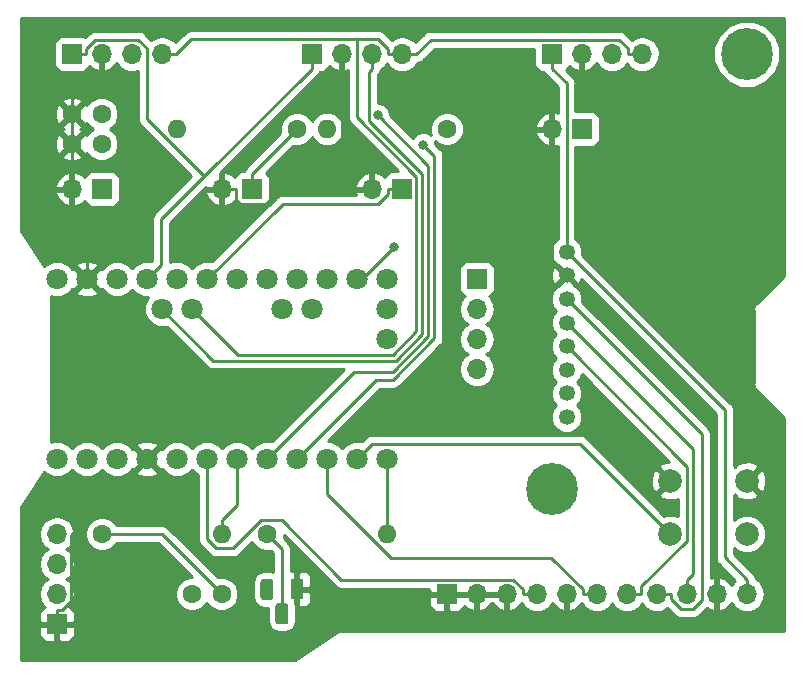
<source format=gbr>
%TF.GenerationSoftware,KiCad,Pcbnew,5.0.0*%
%TF.CreationDate,2018-08-07T10:12:14+02:00*%
%TF.ProjectId,HB-UNI-Sen-WEA,48422D554E492D53656E2D5745412E6B,1.0*%
%TF.SameCoordinates,Original*%
%TF.FileFunction,Copper,L2,Bot,Signal*%
%TF.FilePolarity,Positive*%
%FSLAX46Y46*%
G04 Gerber Fmt 4.6, Leading zero omitted, Abs format (unit mm)*
G04 Created by KiCad (PCBNEW 5.0.0) date Tue Aug  7 10:12:14 2018*
%MOMM*%
%LPD*%
G01*
G04 APERTURE LIST*
%TA.AperFunction,ComponentPad*%
%ADD10C,0.700000*%
%TD*%
%TA.AperFunction,ComponentPad*%
%ADD11C,4.400000*%
%TD*%
%TA.AperFunction,ComponentPad*%
%ADD12C,1.800000*%
%TD*%
%TA.AperFunction,ComponentPad*%
%ADD13C,1.600000*%
%TD*%
%TA.AperFunction,ComponentPad*%
%ADD14R,1.700000X1.700000*%
%TD*%
%TA.AperFunction,ComponentPad*%
%ADD15O,1.700000X1.700000*%
%TD*%
%TA.AperFunction,ComponentPad*%
%ADD16O,1.600000X1.600000*%
%TD*%
%TA.AperFunction,ComponentPad*%
%ADD17C,2.000000*%
%TD*%
%TA.AperFunction,ComponentPad*%
%ADD18C,1.350000*%
%TD*%
%TA.AperFunction,Conductor*%
%ADD19C,0.100000*%
%TD*%
%TA.AperFunction,ComponentPad*%
%ADD20C,1.100000*%
%TD*%
%TA.AperFunction,ComponentPad*%
%ADD21R,1.100000X1.800000*%
%TD*%
%TA.AperFunction,ViaPad*%
%ADD22C,0.800000*%
%TD*%
%TA.AperFunction,Conductor*%
%ADD23C,0.250000*%
%TD*%
%TA.AperFunction,Conductor*%
%ADD24C,0.254000*%
%TD*%
G04 APERTURE END LIST*
D10*
%TO.P,MH1,1*%
%TO.N,N/C*%
X184046726Y-67413274D03*
X182880000Y-66930000D03*
X181713274Y-67413274D03*
X181230000Y-68580000D03*
X181713274Y-69746726D03*
X182880000Y-70230000D03*
X184046726Y-69746726D03*
X184530000Y-68580000D03*
D11*
X182880000Y-68580000D03*
%TD*%
%TO.P,MH2,1*%
%TO.N,N/C*%
X166370000Y-105410000D03*
D10*
X168020000Y-105410000D03*
X167536726Y-106576726D03*
X166370000Y-107060000D03*
X165203274Y-106576726D03*
X164720000Y-105410000D03*
X165203274Y-104243274D03*
X166370000Y-103760000D03*
X167536726Y-104243274D03*
%TD*%
D12*
%TO.P,U1,28*%
%TO.N,Net-(U1-Pad28)*%
X143510000Y-90170000D03*
%TO.P,U1,27*%
%TO.N,Net-(U1-Pad27)*%
X146050000Y-90170000D03*
X152400000Y-92710000D03*
%TO.P,U1,28*%
%TO.N,Net-(U1-Pad28)*%
X152400000Y-90170000D03*
%TO.P,U1,1*%
%TO.N,/SS*%
X152400000Y-87630000D03*
%TO.P,U1,2*%
%TO.N,/MOSI*%
X149860000Y-87630000D03*
%TO.P,U1,3*%
%TO.N,/MISO*%
X147320000Y-87630000D03*
%TO.P,U1,4*%
%TO.N,/SCK*%
X144780000Y-87630000D03*
%TO.P,U1,5*%
%TO.N,Net-(U1-Pad5)*%
X142240000Y-87630000D03*
%TO.P,U1,6*%
%TO.N,Net-(U1-Pad6)*%
X139700000Y-87630000D03*
%TO.P,U1,7*%
%TO.N,/A2*%
X137160000Y-87630000D03*
%TO.P,U1,8*%
%TO.N,/A3*%
X134620000Y-87630000D03*
%TO.P,U1,9*%
%TO.N,/VCC*%
X132080000Y-87630000D03*
%TO.P,U1,10*%
%TO.N,/RSET*%
X129540000Y-87630000D03*
%TO.P,U1,11*%
%TO.N,GND*%
X127000000Y-87630000D03*
%TO.P,U1,12*%
%TO.N,+5V*%
X124460000Y-87630000D03*
%TO.P,U1,13*%
%TO.N,N/C*%
X124460000Y-102870000D03*
%TO.P,U1,14*%
X127000000Y-102870000D03*
%TO.P,U1,15*%
X129540000Y-102870000D03*
%TO.P,U1,16*%
%TO.N,GND*%
X132080000Y-102870000D03*
%TO.P,U1,17*%
%TO.N,/D2*%
X134620000Y-102870000D03*
%TO.P,U1,18*%
%TO.N,/D3*%
X137160000Y-102870000D03*
%TO.P,U1,19*%
%TO.N,/D4*%
X139700000Y-102870000D03*
%TO.P,U1,20*%
%TO.N,/D5*%
X142240000Y-102870000D03*
%TO.P,U1,21*%
%TO.N,/D6*%
X144780000Y-102870000D03*
%TO.P,U1,22*%
%TO.N,/D7*%
X147320000Y-102870000D03*
%TO.P,U1,23*%
%TO.N,/D8*%
X149860000Y-102870000D03*
%TO.P,U1,24*%
%TO.N,/D9*%
X152400000Y-102870000D03*
%TO.P,U1,25*%
%TO.N,/SDA*%
X135890000Y-90170000D03*
%TO.P,U1,26*%
%TO.N,/SCL*%
X133350000Y-90170000D03*
%TD*%
D13*
%TO.P,C1,1*%
%TO.N,/B*%
X135890000Y-114300000D03*
%TO.P,C1,2*%
%TO.N,/A3*%
X138390000Y-114300000D03*
%TD*%
%TO.P,C2,2*%
%TO.N,/D5*%
X128230000Y-73660000D03*
%TO.P,C2,1*%
%TO.N,GND*%
X125730000Y-73660000D03*
%TD*%
%TO.P,C3,1*%
%TO.N,GND*%
X125730000Y-76200000D03*
%TO.P,C3,2*%
%TO.N,/D6*%
X128230000Y-76200000D03*
%TD*%
D14*
%TO.P,J1,1*%
%TO.N,GND*%
X124460000Y-116840000D03*
D15*
%TO.P,J1,2*%
%TO.N,/B*%
X124460000Y-114300000D03*
%TO.P,J1,3*%
%TO.N,/C*%
X124460000Y-111760000D03*
%TO.P,J1,4*%
%TO.N,+5V*%
X124460000Y-109220000D03*
%TD*%
%TO.P,J2,4*%
%TO.N,/RSET*%
X160020000Y-95250000D03*
%TO.P,J2,3*%
%TO.N,/MISO*%
X160020000Y-92710000D03*
%TO.P,J2,2*%
%TO.N,/SCK*%
X160020000Y-90170000D03*
D14*
%TO.P,J2,1*%
%TO.N,/MOSI*%
X160020000Y-87630000D03*
%TD*%
%TO.P,J3,1*%
%TO.N,/A2*%
X153670000Y-80010000D03*
D15*
%TO.P,J3,2*%
%TO.N,GND*%
X151130000Y-80010000D03*
%TD*%
D14*
%TO.P,J4,1*%
%TO.N,/VCC*%
X125730000Y-68580000D03*
D15*
%TO.P,J4,2*%
%TO.N,GND*%
X128270000Y-68580000D03*
%TO.P,J4,3*%
%TO.N,/SCL*%
X130810000Y-68580000D03*
%TO.P,J4,4*%
%TO.N,/SDA*%
X133350000Y-68580000D03*
%TD*%
D14*
%TO.P,J5,1*%
%TO.N,GND*%
X157480000Y-114300000D03*
D15*
%TO.P,J5,2*%
X160020000Y-114300000D03*
%TO.P,J5,3*%
X162560000Y-114300000D03*
%TO.P,J5,4*%
%TO.N,/D3*%
X165100000Y-114300000D03*
%TO.P,J5,5*%
%TO.N,GND*%
X167640000Y-114300000D03*
%TO.P,J5,6*%
%TO.N,/D7*%
X170180000Y-114300000D03*
%TO.P,J5,7*%
%TO.N,/MISO*%
X172720000Y-114300000D03*
%TO.P,J5,8*%
%TO.N,/MOSI*%
X175260000Y-114300000D03*
%TO.P,J5,9*%
%TO.N,/SCK*%
X177800000Y-114300000D03*
%TO.P,J5,10*%
%TO.N,GND*%
X180340000Y-114300000D03*
%TO.P,J5,11*%
%TO.N,/VCC*%
X182880000Y-114300000D03*
%TD*%
%TO.P,J6,2*%
%TO.N,GND*%
X138430000Y-80010000D03*
D14*
%TO.P,J6,1*%
%TO.N,Net-(J6-Pad1)*%
X140970000Y-80010000D03*
%TD*%
%TO.P,J7,1*%
%TO.N,Net-(J7-Pad1)*%
X128270000Y-80010000D03*
D15*
%TO.P,J7,2*%
%TO.N,GND*%
X125730000Y-80010000D03*
%TD*%
%TO.P,J8,4*%
%TO.N,/SDA*%
X153670000Y-68580000D03*
%TO.P,J8,3*%
%TO.N,/SCL*%
X151130000Y-68580000D03*
%TO.P,J8,2*%
%TO.N,GND*%
X148590000Y-68580000D03*
D14*
%TO.P,J8,1*%
%TO.N,/VCC*%
X146050000Y-68580000D03*
%TD*%
%TO.P,J9,1*%
%TO.N,/VCC*%
X166370000Y-68580000D03*
D15*
%TO.P,J9,2*%
%TO.N,GND*%
X168910000Y-68580000D03*
%TO.P,J9,3*%
%TO.N,/SCL*%
X171450000Y-68580000D03*
%TO.P,J9,4*%
%TO.N,/SDA*%
X173990000Y-68580000D03*
%TD*%
D13*
%TO.P,R1,1*%
%TO.N,/A3*%
X128270000Y-109220000D03*
D16*
%TO.P,R1,2*%
%TO.N,/D4*%
X138430000Y-109220000D03*
%TD*%
%TO.P,R2,2*%
%TO.N,/D9*%
X152400000Y-109220000D03*
D13*
%TO.P,R2,1*%
%TO.N,Net-(Q1-Pad2)*%
X142240000Y-109220000D03*
%TD*%
D16*
%TO.P,R3,2*%
%TO.N,/D5*%
X134620000Y-74930000D03*
D13*
%TO.P,R3,1*%
%TO.N,Net-(J6-Pad1)*%
X144780000Y-74930000D03*
%TD*%
%TO.P,R4,1*%
%TO.N,Net-(J7-Pad1)*%
X157480000Y-74930000D03*
D16*
%TO.P,R4,2*%
%TO.N,/D6*%
X147320000Y-74930000D03*
%TD*%
D17*
%TO.P,SW1,2*%
%TO.N,GND*%
X182880000Y-104720000D03*
%TO.P,SW1,1*%
%TO.N,/D8*%
X182880000Y-109220000D03*
%TO.P,SW1,2*%
%TO.N,GND*%
X176380000Y-104720000D03*
%TO.P,SW1,1*%
%TO.N,/D8*%
X176380000Y-109220000D03*
%TD*%
D18*
%TO.P,U2,8*%
%TO.N,/SS*%
X167600000Y-99320000D03*
%TO.P,U2,1*%
%TO.N,/VCC*%
X167600000Y-85320000D03*
%TO.P,U2,2*%
%TO.N,GND*%
X167600000Y-87320000D03*
%TO.P,U2,3*%
%TO.N,/MOSI*%
X167600000Y-89320000D03*
%TO.P,U2,4*%
%TO.N,/SCK*%
X167600000Y-91320000D03*
%TO.P,U2,5*%
%TO.N,/MISO*%
X167600000Y-93320000D03*
%TO.P,U2,6*%
%TO.N,Net-(U2-Pad6)*%
X167600000Y-95320000D03*
%TO.P,U2,7*%
%TO.N,/D2*%
X167600000Y-97320000D03*
%TD*%
D19*
%TO.N,Net-(Q1-Pad2)*%
%TO.C,Q1*%
G36*
X143811955Y-115071324D02*
X143838650Y-115075284D01*
X143864828Y-115081841D01*
X143890238Y-115090933D01*
X143914634Y-115102472D01*
X143937782Y-115116346D01*
X143959458Y-115132422D01*
X143979454Y-115150546D01*
X143997578Y-115170542D01*
X144013654Y-115192218D01*
X144027528Y-115215366D01*
X144039067Y-115239762D01*
X144048159Y-115265172D01*
X144054716Y-115291350D01*
X144058676Y-115318045D01*
X144060000Y-115345000D01*
X144060000Y-116595000D01*
X144058676Y-116621955D01*
X144054716Y-116648650D01*
X144048159Y-116674828D01*
X144039067Y-116700238D01*
X144027528Y-116724634D01*
X144013654Y-116747782D01*
X143997578Y-116769458D01*
X143979454Y-116789454D01*
X143959458Y-116807578D01*
X143937782Y-116823654D01*
X143914634Y-116837528D01*
X143890238Y-116849067D01*
X143864828Y-116858159D01*
X143838650Y-116864716D01*
X143811955Y-116868676D01*
X143785000Y-116870000D01*
X143235000Y-116870000D01*
X143208045Y-116868676D01*
X143181350Y-116864716D01*
X143155172Y-116858159D01*
X143129762Y-116849067D01*
X143105366Y-116837528D01*
X143082218Y-116823654D01*
X143060542Y-116807578D01*
X143040546Y-116789454D01*
X143022422Y-116769458D01*
X143006346Y-116747782D01*
X142992472Y-116724634D01*
X142980933Y-116700238D01*
X142971841Y-116674828D01*
X142965284Y-116648650D01*
X142961324Y-116621955D01*
X142960000Y-116595000D01*
X142960000Y-115345000D01*
X142961324Y-115318045D01*
X142965284Y-115291350D01*
X142971841Y-115265172D01*
X142980933Y-115239762D01*
X142992472Y-115215366D01*
X143006346Y-115192218D01*
X143022422Y-115170542D01*
X143040546Y-115150546D01*
X143060542Y-115132422D01*
X143082218Y-115116346D01*
X143105366Y-115102472D01*
X143129762Y-115090933D01*
X143155172Y-115081841D01*
X143181350Y-115075284D01*
X143208045Y-115071324D01*
X143235000Y-115070000D01*
X143785000Y-115070000D01*
X143811955Y-115071324D01*
X143811955Y-115071324D01*
G37*
D20*
%TD*%
%TO.P,Q1,2*%
%TO.N,Net-(Q1-Pad2)*%
X143510000Y-115970000D03*
D19*
%TO.N,/C*%
%TO.C,Q1*%
G36*
X142541955Y-113001324D02*
X142568650Y-113005284D01*
X142594828Y-113011841D01*
X142620238Y-113020933D01*
X142644634Y-113032472D01*
X142667782Y-113046346D01*
X142689458Y-113062422D01*
X142709454Y-113080546D01*
X142727578Y-113100542D01*
X142743654Y-113122218D01*
X142757528Y-113145366D01*
X142769067Y-113169762D01*
X142778159Y-113195172D01*
X142784716Y-113221350D01*
X142788676Y-113248045D01*
X142790000Y-113275000D01*
X142790000Y-114525000D01*
X142788676Y-114551955D01*
X142784716Y-114578650D01*
X142778159Y-114604828D01*
X142769067Y-114630238D01*
X142757528Y-114654634D01*
X142743654Y-114677782D01*
X142727578Y-114699458D01*
X142709454Y-114719454D01*
X142689458Y-114737578D01*
X142667782Y-114753654D01*
X142644634Y-114767528D01*
X142620238Y-114779067D01*
X142594828Y-114788159D01*
X142568650Y-114794716D01*
X142541955Y-114798676D01*
X142515000Y-114800000D01*
X141965000Y-114800000D01*
X141938045Y-114798676D01*
X141911350Y-114794716D01*
X141885172Y-114788159D01*
X141859762Y-114779067D01*
X141835366Y-114767528D01*
X141812218Y-114753654D01*
X141790542Y-114737578D01*
X141770546Y-114719454D01*
X141752422Y-114699458D01*
X141736346Y-114677782D01*
X141722472Y-114654634D01*
X141710933Y-114630238D01*
X141701841Y-114604828D01*
X141695284Y-114578650D01*
X141691324Y-114551955D01*
X141690000Y-114525000D01*
X141690000Y-113275000D01*
X141691324Y-113248045D01*
X141695284Y-113221350D01*
X141701841Y-113195172D01*
X141710933Y-113169762D01*
X141722472Y-113145366D01*
X141736346Y-113122218D01*
X141752422Y-113100542D01*
X141770546Y-113080546D01*
X141790542Y-113062422D01*
X141812218Y-113046346D01*
X141835366Y-113032472D01*
X141859762Y-113020933D01*
X141885172Y-113011841D01*
X141911350Y-113005284D01*
X141938045Y-113001324D01*
X141965000Y-113000000D01*
X142515000Y-113000000D01*
X142541955Y-113001324D01*
X142541955Y-113001324D01*
G37*
D20*
%TD*%
%TO.P,Q1,3*%
%TO.N,/C*%
X142240000Y-113900000D03*
D21*
%TO.P,Q1,1*%
%TO.N,GND*%
X144780000Y-113900000D03*
%TD*%
D14*
%TO.P,J10,1*%
%TO.N,+5V*%
X168910000Y-74930000D03*
D15*
%TO.P,J10,2*%
%TO.N,GND*%
X166370000Y-74930000D03*
%TD*%
D22*
%TO.N,/D5*%
X151636000Y-73754700D03*
%TO.N,/D6*%
X155463700Y-76250100D03*
%TO.N,/MOSI*%
X153017100Y-84911900D03*
%TD*%
D23*
%TO.N,/A3*%
X128270000Y-109220000D02*
X133310000Y-109220000D01*
X133310000Y-109220000D02*
X138390000Y-114300000D01*
%TO.N,/D5*%
X142240000Y-102870000D02*
X149621900Y-95488100D01*
X149621900Y-95488100D02*
X152876400Y-95488100D01*
X152876400Y-95488100D02*
X155909200Y-92455300D01*
X155909200Y-92455300D02*
X155909200Y-78027900D01*
X155909200Y-78027900D02*
X151636000Y-73754700D01*
%TO.N,GND*%
X148590000Y-80010000D02*
X151130000Y-80010000D01*
X139655300Y-80010000D02*
X139655300Y-80929000D01*
X139655300Y-80929000D02*
X139961700Y-81235400D01*
X139961700Y-81235400D02*
X142197500Y-81235400D01*
X142197500Y-81235400D02*
X143422900Y-80010000D01*
X143422900Y-80010000D02*
X148590000Y-80010000D01*
X148590000Y-80010000D02*
X148590000Y-69805300D01*
X148590000Y-68580000D02*
X148590000Y-69805300D01*
X138430000Y-80010000D02*
X139655300Y-80010000D01*
X125730000Y-80010000D02*
X125730000Y-81235300D01*
X127000000Y-87630000D02*
X127000000Y-82505300D01*
X127000000Y-82505300D02*
X125730000Y-81235300D01*
X125730000Y-76200000D02*
X125730000Y-80010000D01*
X124460000Y-115614700D02*
X124919600Y-115614700D01*
X124919600Y-115614700D02*
X125685300Y-114849000D01*
X125685300Y-114849000D02*
X125685300Y-109264700D01*
X125685300Y-109264700D02*
X132080000Y-102870000D01*
X124460000Y-116840000D02*
X124460000Y-115614700D01*
X125730000Y-73660000D02*
X125730000Y-76200000D01*
X128270000Y-69805300D02*
X125730000Y-72345300D01*
X125730000Y-72345300D02*
X125730000Y-73660000D01*
X128270000Y-68580000D02*
X128270000Y-69805300D01*
X167600000Y-87320000D02*
X166370000Y-86090000D01*
X166370000Y-86090000D02*
X166370000Y-74930000D01*
%TO.N,/D6*%
X144780000Y-102870000D02*
X151484600Y-96165400D01*
X151484600Y-96165400D02*
X152906700Y-96165400D01*
X152906700Y-96165400D02*
X156409500Y-92662600D01*
X156409500Y-92662600D02*
X156409500Y-77195900D01*
X156409500Y-77195900D02*
X155463700Y-76250100D01*
%TO.N,/MISO*%
X172720000Y-114300000D02*
X173945300Y-114300000D01*
X167600000Y-93320000D02*
X177799900Y-103519900D01*
X177799900Y-103519900D02*
X177799900Y-109801700D01*
X177799900Y-109801700D02*
X173945300Y-113656300D01*
X173945300Y-113656300D02*
X173945300Y-114300000D01*
%TO.N,/SCK*%
X177800000Y-114300000D02*
X177800000Y-113074700D01*
X177800000Y-113074700D02*
X178300300Y-112574400D01*
X178300300Y-112574400D02*
X178300300Y-102020300D01*
X178300300Y-102020300D02*
X167600000Y-91320000D01*
%TO.N,/MOSI*%
X153017100Y-84911900D02*
X150299000Y-87630000D01*
X150299000Y-87630000D02*
X149860000Y-87630000D01*
X167600000Y-89320000D02*
X179063600Y-100783600D01*
X179063600Y-100783600D02*
X179063600Y-114791100D01*
X179063600Y-114791100D02*
X178323200Y-115531500D01*
X178323200Y-115531500D02*
X177257300Y-115531500D01*
X177257300Y-115531500D02*
X176485300Y-114759500D01*
X176485300Y-114759500D02*
X176485300Y-114300000D01*
X175260000Y-114300000D02*
X176485300Y-114300000D01*
%TO.N,/A2*%
X153670000Y-80010000D02*
X152444700Y-80010000D01*
X152444700Y-80010000D02*
X152444700Y-80469600D01*
X152444700Y-80469600D02*
X151679000Y-81235300D01*
X151679000Y-81235300D02*
X143554700Y-81235300D01*
X143554700Y-81235300D02*
X137160000Y-87630000D01*
%TO.N,/VCC*%
X132080000Y-87630000D02*
X133285300Y-86424700D01*
X133285300Y-86424700D02*
X133285300Y-82570000D01*
X133285300Y-82570000D02*
X136915300Y-78940000D01*
X167600000Y-85320000D02*
X180995500Y-98715500D01*
X180995500Y-98715500D02*
X180995500Y-111190200D01*
X180995500Y-111190200D02*
X182880000Y-113074700D01*
X166370000Y-69805300D02*
X167600000Y-71035300D01*
X167600000Y-71035300D02*
X167600000Y-85320000D01*
X182880000Y-114300000D02*
X182880000Y-113074700D01*
X136915300Y-78940000D02*
X146050000Y-69805300D01*
X136915300Y-78940000D02*
X132080000Y-74104800D01*
X132080000Y-74104800D02*
X132080000Y-68094900D01*
X132080000Y-68094900D02*
X131339800Y-67354700D01*
X131339800Y-67354700D02*
X127721000Y-67354700D01*
X127721000Y-67354700D02*
X126955300Y-68120400D01*
X126955300Y-68120400D02*
X126955300Y-68580000D01*
X125730000Y-68580000D02*
X126955300Y-68580000D01*
X146050000Y-68580000D02*
X146050000Y-69805300D01*
X166370000Y-68580000D02*
X166370000Y-69805300D01*
%TO.N,/SCL*%
X133350000Y-90170000D02*
X137707800Y-94527800D01*
X137707800Y-94527800D02*
X153129100Y-94527800D01*
X153129100Y-94527800D02*
X155395600Y-92261300D01*
X155395600Y-92261300D02*
X155395600Y-78762200D01*
X155395600Y-78762200D02*
X150851200Y-74217800D01*
X150851200Y-74217800D02*
X150851200Y-70084100D01*
X150851200Y-70084100D02*
X151130000Y-69805300D01*
X151130000Y-68580000D02*
X151130000Y-69805300D01*
%TO.N,/SDA*%
X135890000Y-90170000D02*
X139747500Y-94027500D01*
X139747500Y-94027500D02*
X152921800Y-94027500D01*
X152921800Y-94027500D02*
X154895300Y-92054000D01*
X154895300Y-92054000D02*
X154895300Y-78969500D01*
X154895300Y-78969500D02*
X149860000Y-73934200D01*
X149860000Y-73934200D02*
X149860000Y-67339700D01*
X152444700Y-68580000D02*
X152444700Y-68120500D01*
X152444700Y-68120500D02*
X151663900Y-67339700D01*
X151663900Y-67339700D02*
X149860000Y-67339700D01*
X149860000Y-67339700D02*
X135815600Y-67339700D01*
X135815600Y-67339700D02*
X134575300Y-68580000D01*
X133350000Y-68580000D02*
X134575300Y-68580000D01*
X153670000Y-68580000D02*
X152444700Y-68580000D01*
X153670000Y-68580000D02*
X154895300Y-68580000D01*
X173990000Y-68580000D02*
X172764700Y-68580000D01*
X154895300Y-68580000D02*
X156123300Y-67352000D01*
X156123300Y-67352000D02*
X172044500Y-67352000D01*
X172044500Y-67352000D02*
X172764700Y-68072200D01*
X172764700Y-68072200D02*
X172764700Y-68580000D01*
%TO.N,/D3*%
X163874700Y-114300000D02*
X163874700Y-113840400D01*
X163874700Y-113840400D02*
X163109000Y-113074700D01*
X163109000Y-113074700D02*
X148539900Y-113074700D01*
X148539900Y-113074700D02*
X143509800Y-108044600D01*
X143509800Y-108044600D02*
X141724000Y-108044600D01*
X141724000Y-108044600D02*
X139334100Y-110434500D01*
X139334100Y-110434500D02*
X137942000Y-110434500D01*
X137942000Y-110434500D02*
X137160100Y-109652600D01*
X137160100Y-109652600D02*
X137160100Y-102870000D01*
X137160100Y-102870000D02*
X137160000Y-102870000D01*
X165100000Y-114300000D02*
X163874700Y-114300000D01*
%TO.N,/D7*%
X170180000Y-114300000D02*
X168954700Y-114300000D01*
X168954700Y-114300000D02*
X168954700Y-113840500D01*
X168954700Y-113840500D02*
X166328100Y-111213900D01*
X166328100Y-111213900D02*
X152725800Y-111213900D01*
X152725800Y-111213900D02*
X147320000Y-105808100D01*
X147320000Y-105808100D02*
X147320000Y-102870000D01*
%TO.N,Net-(J6-Pad1)*%
X144780000Y-74930000D02*
X140970000Y-78740000D01*
X140970000Y-78740000D02*
X140970000Y-80010000D01*
%TO.N,/D4*%
X138430000Y-109220000D02*
X138430000Y-108044700D01*
X138430000Y-108044700D02*
X139700000Y-106774700D01*
X139700000Y-106774700D02*
X139700000Y-102870000D01*
%TO.N,/D9*%
X152400000Y-109220000D02*
X152400000Y-102870000D01*
%TO.N,/D8*%
X176380000Y-109220000D02*
X168738700Y-101578700D01*
X168738700Y-101578700D02*
X151151300Y-101578700D01*
X151151300Y-101578700D02*
X149860000Y-102870000D01*
%TO.N,Net-(Q1-Pad2)*%
X143510000Y-115570000D02*
X143510000Y-110490000D01*
X143510000Y-110490000D02*
X142240000Y-109220000D01*
%TD*%
D24*
%TO.N,GND*%
G36*
X185980000Y-87335909D02*
X183697402Y-89618508D01*
X183638120Y-89658119D01*
X183598510Y-89717400D01*
X183481196Y-89892972D01*
X183426091Y-90170000D01*
X183440001Y-90239929D01*
X183440000Y-96450076D01*
X183426091Y-96520000D01*
X183440000Y-96589924D01*
X183440000Y-96589925D01*
X183481195Y-96797027D01*
X183638119Y-97031880D01*
X183697402Y-97071492D01*
X185980000Y-99354091D01*
X185980001Y-117400000D01*
X148589306Y-117400000D01*
X148449514Y-117399854D01*
X148383271Y-117427212D01*
X148312972Y-117441195D01*
X148196200Y-117519220D01*
X144602530Y-119915000D01*
X121385000Y-119915000D01*
X121385000Y-117125750D01*
X122975000Y-117125750D01*
X122975000Y-117816310D01*
X123071673Y-118049699D01*
X123250302Y-118228327D01*
X123483691Y-118325000D01*
X124174250Y-118325000D01*
X124333000Y-118166250D01*
X124333000Y-116967000D01*
X124587000Y-116967000D01*
X124587000Y-118166250D01*
X124745750Y-118325000D01*
X125436309Y-118325000D01*
X125669698Y-118228327D01*
X125848327Y-118049699D01*
X125945000Y-117816310D01*
X125945000Y-117125750D01*
X125786250Y-116967000D01*
X124587000Y-116967000D01*
X124333000Y-116967000D01*
X123133750Y-116967000D01*
X122975000Y-117125750D01*
X121385000Y-117125750D01*
X121385000Y-109220000D01*
X122945908Y-109220000D01*
X123061161Y-109799418D01*
X123389375Y-110290625D01*
X123687761Y-110490000D01*
X123389375Y-110689375D01*
X123061161Y-111180582D01*
X122945908Y-111760000D01*
X123061161Y-112339418D01*
X123389375Y-112830625D01*
X123687761Y-113030000D01*
X123389375Y-113229375D01*
X123061161Y-113720582D01*
X122945908Y-114300000D01*
X123061161Y-114879418D01*
X123389375Y-115370625D01*
X123411033Y-115385096D01*
X123250302Y-115451673D01*
X123071673Y-115630301D01*
X122975000Y-115863690D01*
X122975000Y-116554250D01*
X123133750Y-116713000D01*
X124333000Y-116713000D01*
X124333000Y-116693000D01*
X124587000Y-116693000D01*
X124587000Y-116713000D01*
X125786250Y-116713000D01*
X125945000Y-116554250D01*
X125945000Y-115863690D01*
X125848327Y-115630301D01*
X125669698Y-115451673D01*
X125508967Y-115385096D01*
X125530625Y-115370625D01*
X125858839Y-114879418D01*
X125974092Y-114300000D01*
X125858839Y-113720582D01*
X125530625Y-113229375D01*
X125232239Y-113030000D01*
X125530625Y-112830625D01*
X125858839Y-112339418D01*
X125974092Y-111760000D01*
X125858839Y-111180582D01*
X125530625Y-110689375D01*
X125232239Y-110490000D01*
X125530625Y-110290625D01*
X125858839Y-109799418D01*
X125974092Y-109220000D01*
X125917315Y-108934561D01*
X126835000Y-108934561D01*
X126835000Y-109505439D01*
X127053466Y-110032862D01*
X127457138Y-110436534D01*
X127984561Y-110655000D01*
X128555439Y-110655000D01*
X129082862Y-110436534D01*
X129486534Y-110032862D01*
X129508430Y-109980000D01*
X132995199Y-109980000D01*
X135880198Y-112865000D01*
X135604561Y-112865000D01*
X135077138Y-113083466D01*
X134673466Y-113487138D01*
X134455000Y-114014561D01*
X134455000Y-114585439D01*
X134673466Y-115112862D01*
X135077138Y-115516534D01*
X135604561Y-115735000D01*
X136175439Y-115735000D01*
X136702862Y-115516534D01*
X137106534Y-115112862D01*
X137140000Y-115032068D01*
X137173466Y-115112862D01*
X137577138Y-115516534D01*
X138104561Y-115735000D01*
X138675439Y-115735000D01*
X139202862Y-115516534D01*
X139606534Y-115112862D01*
X139825000Y-114585439D01*
X139825000Y-114014561D01*
X139606534Y-113487138D01*
X139202862Y-113083466D01*
X138675439Y-112865000D01*
X138104561Y-112865000D01*
X138051698Y-112886896D01*
X133900331Y-108735530D01*
X133857929Y-108672071D01*
X133606537Y-108504096D01*
X133384852Y-108460000D01*
X133384847Y-108460000D01*
X133310000Y-108445112D01*
X133235153Y-108460000D01*
X129508430Y-108460000D01*
X129486534Y-108407138D01*
X129082862Y-108003466D01*
X128555439Y-107785000D01*
X127984561Y-107785000D01*
X127457138Y-108003466D01*
X127053466Y-108407138D01*
X126835000Y-108934561D01*
X125917315Y-108934561D01*
X125858839Y-108640582D01*
X125530625Y-108149375D01*
X125039418Y-107821161D01*
X124606256Y-107735000D01*
X124313744Y-107735000D01*
X123880582Y-107821161D01*
X123389375Y-108149375D01*
X123061161Y-108640582D01*
X122945908Y-109220000D01*
X121385000Y-109220000D01*
X121385000Y-106902540D01*
X123359689Y-103940506D01*
X123590493Y-104171310D01*
X124154670Y-104405000D01*
X124765330Y-104405000D01*
X125329507Y-104171310D01*
X125730000Y-103770817D01*
X126130493Y-104171310D01*
X126694670Y-104405000D01*
X127305330Y-104405000D01*
X127869507Y-104171310D01*
X128270000Y-103770817D01*
X128670493Y-104171310D01*
X129234670Y-104405000D01*
X129845330Y-104405000D01*
X130409507Y-104171310D01*
X130630658Y-103950159D01*
X131179446Y-103950159D01*
X131265852Y-104206643D01*
X131839336Y-104416458D01*
X132449460Y-104390839D01*
X132894148Y-104206643D01*
X132980554Y-103950159D01*
X132080000Y-103049605D01*
X131179446Y-103950159D01*
X130630658Y-103950159D01*
X130841310Y-103739507D01*
X130849438Y-103719885D01*
X130999841Y-103770554D01*
X131900395Y-102870000D01*
X130999841Y-101969446D01*
X130849438Y-102020115D01*
X130841310Y-102000493D01*
X130630658Y-101789841D01*
X131179446Y-101789841D01*
X132080000Y-102690395D01*
X132980554Y-101789841D01*
X132894148Y-101533357D01*
X132320664Y-101323542D01*
X131710540Y-101349161D01*
X131265852Y-101533357D01*
X131179446Y-101789841D01*
X130630658Y-101789841D01*
X130409507Y-101568690D01*
X129845330Y-101335000D01*
X129234670Y-101335000D01*
X128670493Y-101568690D01*
X128270000Y-101969183D01*
X127869507Y-101568690D01*
X127305330Y-101335000D01*
X126694670Y-101335000D01*
X126130493Y-101568690D01*
X125730000Y-101969183D01*
X125329507Y-101568690D01*
X124765330Y-101335000D01*
X124154670Y-101335000D01*
X123925000Y-101430133D01*
X123925000Y-89069867D01*
X124154670Y-89165000D01*
X124765330Y-89165000D01*
X125329507Y-88931310D01*
X125550658Y-88710159D01*
X126099446Y-88710159D01*
X126185852Y-88966643D01*
X126759336Y-89176458D01*
X127369460Y-89150839D01*
X127814148Y-88966643D01*
X127900554Y-88710159D01*
X127000000Y-87809605D01*
X126099446Y-88710159D01*
X125550658Y-88710159D01*
X125761310Y-88499507D01*
X125769438Y-88479885D01*
X125919841Y-88530554D01*
X126820395Y-87630000D01*
X125919841Y-86729446D01*
X125769438Y-86780115D01*
X125761310Y-86760493D01*
X125550658Y-86549841D01*
X126099446Y-86549841D01*
X127000000Y-87450395D01*
X127900554Y-86549841D01*
X127814148Y-86293357D01*
X127240664Y-86083542D01*
X126630540Y-86109161D01*
X126185852Y-86293357D01*
X126099446Y-86549841D01*
X125550658Y-86549841D01*
X125329507Y-86328690D01*
X124765330Y-86095000D01*
X124154670Y-86095000D01*
X123590493Y-86328690D01*
X123359689Y-86559494D01*
X121385000Y-83597460D01*
X121385000Y-80366892D01*
X124288514Y-80366892D01*
X124534817Y-80891358D01*
X124963076Y-81281645D01*
X125373110Y-81451476D01*
X125603000Y-81330155D01*
X125603000Y-80137000D01*
X124409181Y-80137000D01*
X124288514Y-80366892D01*
X121385000Y-80366892D01*
X121385000Y-79653108D01*
X124288514Y-79653108D01*
X124409181Y-79883000D01*
X125603000Y-79883000D01*
X125603000Y-78689845D01*
X125857000Y-78689845D01*
X125857000Y-79883000D01*
X125877000Y-79883000D01*
X125877000Y-80137000D01*
X125857000Y-80137000D01*
X125857000Y-81330155D01*
X126086890Y-81451476D01*
X126496924Y-81281645D01*
X126801261Y-81004292D01*
X126821843Y-81107765D01*
X126962191Y-81317809D01*
X127172235Y-81458157D01*
X127420000Y-81507440D01*
X129120000Y-81507440D01*
X129367765Y-81458157D01*
X129577809Y-81317809D01*
X129718157Y-81107765D01*
X129767440Y-80860000D01*
X129767440Y-79160000D01*
X129718157Y-78912235D01*
X129577809Y-78702191D01*
X129367765Y-78561843D01*
X129120000Y-78512560D01*
X127420000Y-78512560D01*
X127172235Y-78561843D01*
X126962191Y-78702191D01*
X126821843Y-78912235D01*
X126801261Y-79015708D01*
X126496924Y-78738355D01*
X126086890Y-78568524D01*
X125857000Y-78689845D01*
X125603000Y-78689845D01*
X125373110Y-78568524D01*
X124963076Y-78738355D01*
X124534817Y-79128642D01*
X124288514Y-79653108D01*
X121385000Y-79653108D01*
X121385000Y-77207745D01*
X124901861Y-77207745D01*
X124975995Y-77453864D01*
X125513223Y-77646965D01*
X126083454Y-77619778D01*
X126484005Y-77453864D01*
X126558139Y-77207745D01*
X125730000Y-76379605D01*
X124901861Y-77207745D01*
X121385000Y-77207745D01*
X121385000Y-75983223D01*
X124283035Y-75983223D01*
X124310222Y-76553454D01*
X124476136Y-76954005D01*
X124722255Y-77028139D01*
X125550395Y-76200000D01*
X124722255Y-75371861D01*
X124476136Y-75445995D01*
X124283035Y-75983223D01*
X121385000Y-75983223D01*
X121385000Y-74667745D01*
X124901861Y-74667745D01*
X124975995Y-74913864D01*
X125017709Y-74928858D01*
X124975995Y-74946136D01*
X124901861Y-75192255D01*
X125730000Y-76020395D01*
X126558139Y-75192255D01*
X126484005Y-74946136D01*
X126442291Y-74931142D01*
X126484005Y-74913864D01*
X126558139Y-74667745D01*
X125730000Y-73839605D01*
X124901861Y-74667745D01*
X121385000Y-74667745D01*
X121385000Y-73443223D01*
X124283035Y-73443223D01*
X124310222Y-74013454D01*
X124476136Y-74414005D01*
X124722255Y-74488139D01*
X125550395Y-73660000D01*
X125909605Y-73660000D01*
X126737745Y-74488139D01*
X126983864Y-74414005D01*
X126986290Y-74407254D01*
X127013466Y-74472862D01*
X127417138Y-74876534D01*
X127546216Y-74930000D01*
X127417138Y-74983466D01*
X127013466Y-75387138D01*
X126986475Y-75452299D01*
X126983864Y-75445995D01*
X126737745Y-75371861D01*
X125909605Y-76200000D01*
X126737745Y-77028139D01*
X126983864Y-76954005D01*
X126986290Y-76947254D01*
X127013466Y-77012862D01*
X127417138Y-77416534D01*
X127944561Y-77635000D01*
X128515439Y-77635000D01*
X129042862Y-77416534D01*
X129446534Y-77012862D01*
X129665000Y-76485439D01*
X129665000Y-75914561D01*
X129446534Y-75387138D01*
X129042862Y-74983466D01*
X128913784Y-74930000D01*
X129042862Y-74876534D01*
X129446534Y-74472862D01*
X129665000Y-73945439D01*
X129665000Y-73374561D01*
X129446534Y-72847138D01*
X129042862Y-72443466D01*
X128515439Y-72225000D01*
X127944561Y-72225000D01*
X127417138Y-72443466D01*
X127013466Y-72847138D01*
X126986475Y-72912299D01*
X126983864Y-72905995D01*
X126737745Y-72831861D01*
X125909605Y-73660000D01*
X125550395Y-73660000D01*
X124722255Y-72831861D01*
X124476136Y-72905995D01*
X124283035Y-73443223D01*
X121385000Y-73443223D01*
X121385000Y-72652255D01*
X124901861Y-72652255D01*
X125730000Y-73480395D01*
X126558139Y-72652255D01*
X126484005Y-72406136D01*
X125946777Y-72213035D01*
X125376546Y-72240222D01*
X124975995Y-72406136D01*
X124901861Y-72652255D01*
X121385000Y-72652255D01*
X121385000Y-67730000D01*
X124232560Y-67730000D01*
X124232560Y-69430000D01*
X124281843Y-69677765D01*
X124422191Y-69887809D01*
X124632235Y-70028157D01*
X124880000Y-70077440D01*
X126580000Y-70077440D01*
X126827765Y-70028157D01*
X127037809Y-69887809D01*
X127178157Y-69677765D01*
X127198739Y-69574292D01*
X127503076Y-69851645D01*
X127913110Y-70021476D01*
X128143000Y-69900155D01*
X128143000Y-68707000D01*
X128123000Y-68707000D01*
X128123000Y-68453000D01*
X128143000Y-68453000D01*
X128143000Y-68433000D01*
X128397000Y-68433000D01*
X128397000Y-68453000D01*
X128417000Y-68453000D01*
X128417000Y-68707000D01*
X128397000Y-68707000D01*
X128397000Y-69900155D01*
X128626890Y-70021476D01*
X129036924Y-69851645D01*
X129465183Y-69461358D01*
X129526157Y-69331522D01*
X129739375Y-69650625D01*
X130230582Y-69978839D01*
X130663744Y-70065000D01*
X130956256Y-70065000D01*
X131320001Y-69992647D01*
X131320000Y-74029957D01*
X131305112Y-74104808D01*
X131320000Y-74179651D01*
X131364096Y-74401336D01*
X131364099Y-74401341D01*
X131364100Y-74401344D01*
X131411888Y-74472862D01*
X131532071Y-74652729D01*
X131595534Y-74695133D01*
X135840493Y-78940006D01*
X132800828Y-81979671D01*
X132737372Y-82022071D01*
X132694972Y-82085527D01*
X132694971Y-82085528D01*
X132569397Y-82273463D01*
X132510412Y-82570000D01*
X132525301Y-82644852D01*
X132525300Y-86109898D01*
X132494838Y-86140360D01*
X132385330Y-86095000D01*
X131774670Y-86095000D01*
X131210493Y-86328690D01*
X130810000Y-86729183D01*
X130409507Y-86328690D01*
X129845330Y-86095000D01*
X129234670Y-86095000D01*
X128670493Y-86328690D01*
X128238690Y-86760493D01*
X128230562Y-86780115D01*
X128080159Y-86729446D01*
X127179605Y-87630000D01*
X128080159Y-88530554D01*
X128230562Y-88479885D01*
X128238690Y-88499507D01*
X128670493Y-88931310D01*
X129234670Y-89165000D01*
X129845330Y-89165000D01*
X130409507Y-88931310D01*
X130810000Y-88530817D01*
X131210493Y-88931310D01*
X131774670Y-89165000D01*
X132184183Y-89165000D01*
X132048690Y-89300493D01*
X131815000Y-89864670D01*
X131815000Y-90475330D01*
X132048690Y-91039507D01*
X132480493Y-91471310D01*
X133044670Y-91705000D01*
X133655330Y-91705000D01*
X133764839Y-91659640D01*
X137117471Y-95012273D01*
X137159871Y-95075729D01*
X137411263Y-95243704D01*
X137632948Y-95287800D01*
X137632953Y-95287800D01*
X137707800Y-95302688D01*
X137782647Y-95287800D01*
X148747398Y-95287800D01*
X142654839Y-101380360D01*
X142545330Y-101335000D01*
X141934670Y-101335000D01*
X141370493Y-101568690D01*
X140970000Y-101969183D01*
X140569507Y-101568690D01*
X140005330Y-101335000D01*
X139394670Y-101335000D01*
X138830493Y-101568690D01*
X138430000Y-101969183D01*
X138029507Y-101568690D01*
X137465330Y-101335000D01*
X136854670Y-101335000D01*
X136290493Y-101568690D01*
X135890000Y-101969183D01*
X135489507Y-101568690D01*
X134925330Y-101335000D01*
X134314670Y-101335000D01*
X133750493Y-101568690D01*
X133318690Y-102000493D01*
X133310562Y-102020115D01*
X133160159Y-101969446D01*
X132259605Y-102870000D01*
X133160159Y-103770554D01*
X133310562Y-103719885D01*
X133318690Y-103739507D01*
X133750493Y-104171310D01*
X134314670Y-104405000D01*
X134925330Y-104405000D01*
X135489507Y-104171310D01*
X135890000Y-103770817D01*
X136290493Y-104171310D01*
X136400101Y-104216711D01*
X136400100Y-109577753D01*
X136385212Y-109652600D01*
X136400100Y-109727447D01*
X136400100Y-109727451D01*
X136444196Y-109949136D01*
X136612171Y-110200529D01*
X136675630Y-110242931D01*
X137351671Y-110918973D01*
X137394071Y-110982429D01*
X137645463Y-111150404D01*
X137867148Y-111194500D01*
X137867152Y-111194500D01*
X137942000Y-111209388D01*
X138016848Y-111194500D01*
X139259253Y-111194500D01*
X139334100Y-111209388D01*
X139408947Y-111194500D01*
X139408952Y-111194500D01*
X139630637Y-111150404D01*
X139882029Y-110982429D01*
X139924431Y-110918970D01*
X140961101Y-109882300D01*
X141023466Y-110032862D01*
X141427138Y-110436534D01*
X141954561Y-110655000D01*
X142525439Y-110655000D01*
X142578302Y-110633103D01*
X142750001Y-110804803D01*
X142750001Y-112399305D01*
X142515000Y-112352560D01*
X141965000Y-112352560D01*
X141611997Y-112422777D01*
X141312736Y-112622736D01*
X141112777Y-112921997D01*
X141042560Y-113275000D01*
X141042560Y-114525000D01*
X141112777Y-114878003D01*
X141312736Y-115177264D01*
X141611997Y-115377223D01*
X141965000Y-115447440D01*
X142312560Y-115447440D01*
X142312560Y-116595000D01*
X142382777Y-116948003D01*
X142582736Y-117247264D01*
X142881997Y-117447223D01*
X143235000Y-117517440D01*
X143785000Y-117517440D01*
X144138003Y-117447223D01*
X144437264Y-117247264D01*
X144637223Y-116948003D01*
X144707440Y-116595000D01*
X144707440Y-115345000D01*
X144653000Y-115071313D01*
X144653000Y-114027000D01*
X144907000Y-114027000D01*
X144907000Y-115276250D01*
X145065750Y-115435000D01*
X145456309Y-115435000D01*
X145689698Y-115338327D01*
X145868327Y-115159699D01*
X145965000Y-114926310D01*
X145965000Y-114585750D01*
X155995000Y-114585750D01*
X155995000Y-115276309D01*
X156091673Y-115509698D01*
X156270301Y-115688327D01*
X156503690Y-115785000D01*
X157194250Y-115785000D01*
X157353000Y-115626250D01*
X157353000Y-114427000D01*
X157607000Y-114427000D01*
X157607000Y-115626250D01*
X157765750Y-115785000D01*
X158456310Y-115785000D01*
X158689699Y-115688327D01*
X158868327Y-115509698D01*
X158955136Y-115300122D01*
X159253076Y-115571645D01*
X159663110Y-115741476D01*
X159893000Y-115620155D01*
X159893000Y-114427000D01*
X160147000Y-114427000D01*
X160147000Y-115620155D01*
X160376890Y-115741476D01*
X160786924Y-115571645D01*
X161215183Y-115181358D01*
X161290000Y-115022046D01*
X161364817Y-115181358D01*
X161793076Y-115571645D01*
X162203110Y-115741476D01*
X162433000Y-115620155D01*
X162433000Y-114427000D01*
X160147000Y-114427000D01*
X159893000Y-114427000D01*
X157607000Y-114427000D01*
X157353000Y-114427000D01*
X156153750Y-114427000D01*
X155995000Y-114585750D01*
X145965000Y-114585750D01*
X145965000Y-114185750D01*
X145806250Y-114027000D01*
X144907000Y-114027000D01*
X144653000Y-114027000D01*
X144633000Y-114027000D01*
X144633000Y-113773000D01*
X144653000Y-113773000D01*
X144653000Y-112523750D01*
X144907000Y-112523750D01*
X144907000Y-113773000D01*
X145806250Y-113773000D01*
X145965000Y-113614250D01*
X145965000Y-112873690D01*
X145868327Y-112640301D01*
X145689698Y-112461673D01*
X145456309Y-112365000D01*
X145065750Y-112365000D01*
X144907000Y-112523750D01*
X144653000Y-112523750D01*
X144494250Y-112365000D01*
X144270000Y-112365000D01*
X144270000Y-110564846D01*
X144284888Y-110489999D01*
X144270000Y-110415152D01*
X144270000Y-110415148D01*
X144225904Y-110193463D01*
X144057929Y-109942071D01*
X143994473Y-109899671D01*
X143653103Y-109558302D01*
X143675000Y-109505439D01*
X143675000Y-109284601D01*
X147949570Y-113559172D01*
X147991971Y-113622629D01*
X148243363Y-113790604D01*
X148465048Y-113834700D01*
X148465052Y-113834700D01*
X148539900Y-113849588D01*
X148614748Y-113834700D01*
X155995000Y-113834700D01*
X155995000Y-114014250D01*
X156153750Y-114173000D01*
X157353000Y-114173000D01*
X157353000Y-114153000D01*
X157607000Y-114153000D01*
X157607000Y-114173000D01*
X159893000Y-114173000D01*
X159893000Y-114153000D01*
X160147000Y-114153000D01*
X160147000Y-114173000D01*
X162433000Y-114173000D01*
X162433000Y-114153000D01*
X162687000Y-114153000D01*
X162687000Y-114173000D01*
X162707000Y-114173000D01*
X162707000Y-114427000D01*
X162687000Y-114427000D01*
X162687000Y-115620155D01*
X162916890Y-115741476D01*
X163326924Y-115571645D01*
X163755183Y-115181358D01*
X163811123Y-115062243D01*
X163825190Y-115065041D01*
X164029375Y-115370625D01*
X164520582Y-115698839D01*
X164953744Y-115785000D01*
X165246256Y-115785000D01*
X165679418Y-115698839D01*
X166170625Y-115370625D01*
X166383843Y-115051522D01*
X166444817Y-115181358D01*
X166873076Y-115571645D01*
X167283110Y-115741476D01*
X167513000Y-115620155D01*
X167513000Y-114427000D01*
X167493000Y-114427000D01*
X167493000Y-114173000D01*
X167513000Y-114173000D01*
X167513000Y-114153000D01*
X167767000Y-114153000D01*
X167767000Y-114173000D01*
X167787000Y-114173000D01*
X167787000Y-114427000D01*
X167767000Y-114427000D01*
X167767000Y-115620155D01*
X167996890Y-115741476D01*
X168406924Y-115571645D01*
X168835183Y-115181358D01*
X168891123Y-115062243D01*
X168905190Y-115065041D01*
X169109375Y-115370625D01*
X169600582Y-115698839D01*
X170033744Y-115785000D01*
X170326256Y-115785000D01*
X170759418Y-115698839D01*
X171250625Y-115370625D01*
X171450000Y-115072239D01*
X171649375Y-115370625D01*
X172140582Y-115698839D01*
X172573744Y-115785000D01*
X172866256Y-115785000D01*
X173299418Y-115698839D01*
X173790625Y-115370625D01*
X173990000Y-115072239D01*
X174189375Y-115370625D01*
X174680582Y-115698839D01*
X175113744Y-115785000D01*
X175406256Y-115785000D01*
X175839418Y-115698839D01*
X176145392Y-115494394D01*
X176666971Y-116015973D01*
X176709371Y-116079429D01*
X176960763Y-116247404D01*
X177182448Y-116291500D01*
X177182453Y-116291500D01*
X177257300Y-116306388D01*
X177332147Y-116291500D01*
X178248353Y-116291500D01*
X178323200Y-116306388D01*
X178398047Y-116291500D01*
X178398052Y-116291500D01*
X178619737Y-116247404D01*
X178871129Y-116079429D01*
X178913531Y-116015970D01*
X179460474Y-115469027D01*
X179573076Y-115571645D01*
X179983110Y-115741476D01*
X180213000Y-115620155D01*
X180213000Y-114427000D01*
X180193000Y-114427000D01*
X180193000Y-114173000D01*
X180213000Y-114173000D01*
X180213000Y-112979845D01*
X179983110Y-112858524D01*
X179823600Y-112924591D01*
X179823600Y-100858448D01*
X179838488Y-100783600D01*
X179823600Y-100708752D01*
X179823600Y-100708748D01*
X179779504Y-100487063D01*
X179611529Y-100235671D01*
X179548073Y-100193271D01*
X168910000Y-89555199D01*
X168910000Y-89059425D01*
X168710564Y-88577945D01*
X168342055Y-88209436D01*
X168287045Y-88186650D01*
X167600000Y-87499605D01*
X166912955Y-88186650D01*
X166857945Y-88209436D01*
X166489436Y-88577945D01*
X166290000Y-89059425D01*
X166290000Y-89580575D01*
X166489436Y-90062055D01*
X166747381Y-90320000D01*
X166489436Y-90577945D01*
X166290000Y-91059425D01*
X166290000Y-91580575D01*
X166489436Y-92062055D01*
X166747381Y-92320000D01*
X166489436Y-92577945D01*
X166290000Y-93059425D01*
X166290000Y-93580575D01*
X166489436Y-94062055D01*
X166747381Y-94320000D01*
X166489436Y-94577945D01*
X166290000Y-95059425D01*
X166290000Y-95580575D01*
X166489436Y-96062055D01*
X166747381Y-96320000D01*
X166489436Y-96577945D01*
X166290000Y-97059425D01*
X166290000Y-97580575D01*
X166489436Y-98062055D01*
X166747381Y-98320000D01*
X166489436Y-98577945D01*
X166290000Y-99059425D01*
X166290000Y-99580575D01*
X166489436Y-100062055D01*
X166857945Y-100430564D01*
X167339425Y-100630000D01*
X167860575Y-100630000D01*
X168342055Y-100430564D01*
X168710564Y-100062055D01*
X168910000Y-99580575D01*
X168910000Y-99059425D01*
X168710564Y-98577945D01*
X168452619Y-98320000D01*
X168710564Y-98062055D01*
X168910000Y-97580575D01*
X168910000Y-97059425D01*
X168710564Y-96577945D01*
X168452619Y-96320000D01*
X168710564Y-96062055D01*
X168873615Y-95668416D01*
X176292323Y-103087125D01*
X175994540Y-103098144D01*
X175505736Y-103300613D01*
X175407073Y-103567468D01*
X176380000Y-104540395D01*
X176394143Y-104526253D01*
X176573748Y-104705858D01*
X176559605Y-104720000D01*
X176573748Y-104734143D01*
X176394143Y-104913748D01*
X176380000Y-104899605D01*
X175407073Y-105872532D01*
X175505736Y-106139387D01*
X176115461Y-106365908D01*
X176765460Y-106341856D01*
X177039900Y-106228179D01*
X177039901Y-107723629D01*
X176705222Y-107585000D01*
X176054778Y-107585000D01*
X175888625Y-107653823D01*
X172690263Y-104455461D01*
X174734092Y-104455461D01*
X174758144Y-105105460D01*
X174960613Y-105594264D01*
X175227468Y-105692927D01*
X176200395Y-104720000D01*
X175227468Y-103747073D01*
X174960613Y-103845736D01*
X174734092Y-104455461D01*
X172690263Y-104455461D01*
X169329031Y-101094230D01*
X169286629Y-101030771D01*
X169035237Y-100862796D01*
X168813552Y-100818700D01*
X168813547Y-100818700D01*
X168738700Y-100803812D01*
X168663853Y-100818700D01*
X151226147Y-100818700D01*
X151151300Y-100803812D01*
X151076453Y-100818700D01*
X151076448Y-100818700D01*
X150854763Y-100862796D01*
X150603371Y-101030771D01*
X150560971Y-101094227D01*
X150274838Y-101380360D01*
X150165330Y-101335000D01*
X149554670Y-101335000D01*
X148990493Y-101568690D01*
X148590000Y-101969183D01*
X148189507Y-101568690D01*
X147625330Y-101335000D01*
X147389801Y-101335000D01*
X151799402Y-96925400D01*
X152831853Y-96925400D01*
X152906700Y-96940288D01*
X152981547Y-96925400D01*
X152981552Y-96925400D01*
X153203237Y-96881304D01*
X153454629Y-96713329D01*
X153497031Y-96649870D01*
X156893973Y-93252929D01*
X156957429Y-93210529D01*
X157125404Y-92959137D01*
X157169500Y-92737452D01*
X157169500Y-92737448D01*
X157184388Y-92662601D01*
X157169500Y-92587754D01*
X157169500Y-90170000D01*
X158505908Y-90170000D01*
X158621161Y-90749418D01*
X158949375Y-91240625D01*
X159247761Y-91440000D01*
X158949375Y-91639375D01*
X158621161Y-92130582D01*
X158505908Y-92710000D01*
X158621161Y-93289418D01*
X158949375Y-93780625D01*
X159247761Y-93980000D01*
X158949375Y-94179375D01*
X158621161Y-94670582D01*
X158505908Y-95250000D01*
X158621161Y-95829418D01*
X158949375Y-96320625D01*
X159440582Y-96648839D01*
X159873744Y-96735000D01*
X160166256Y-96735000D01*
X160599418Y-96648839D01*
X161090625Y-96320625D01*
X161418839Y-95829418D01*
X161534092Y-95250000D01*
X161418839Y-94670582D01*
X161090625Y-94179375D01*
X160792239Y-93980000D01*
X161090625Y-93780625D01*
X161418839Y-93289418D01*
X161534092Y-92710000D01*
X161418839Y-92130582D01*
X161090625Y-91639375D01*
X160792239Y-91440000D01*
X161090625Y-91240625D01*
X161418839Y-90749418D01*
X161534092Y-90170000D01*
X161418839Y-89590582D01*
X161090625Y-89099375D01*
X161072381Y-89087184D01*
X161117765Y-89078157D01*
X161327809Y-88937809D01*
X161468157Y-88727765D01*
X161517440Y-88480000D01*
X161517440Y-87133100D01*
X166277478Y-87133100D01*
X166306625Y-87653434D01*
X166449672Y-87998781D01*
X166682853Y-88057542D01*
X167420395Y-87320000D01*
X166682853Y-86582458D01*
X166449672Y-86641219D01*
X166277478Y-87133100D01*
X161517440Y-87133100D01*
X161517440Y-86780000D01*
X161468157Y-86532235D01*
X161327809Y-86322191D01*
X161117765Y-86181843D01*
X160870000Y-86132560D01*
X159170000Y-86132560D01*
X158922235Y-86181843D01*
X158712191Y-86322191D01*
X158571843Y-86532235D01*
X158522560Y-86780000D01*
X158522560Y-88480000D01*
X158571843Y-88727765D01*
X158712191Y-88937809D01*
X158922235Y-89078157D01*
X158967619Y-89087184D01*
X158949375Y-89099375D01*
X158621161Y-89590582D01*
X158505908Y-90170000D01*
X157169500Y-90170000D01*
X157169500Y-77270746D01*
X157184388Y-77195899D01*
X157169500Y-77121052D01*
X157169500Y-77121048D01*
X157125404Y-76899363D01*
X156957429Y-76647971D01*
X156893973Y-76605571D01*
X156498700Y-76210298D01*
X156498700Y-76044226D01*
X156451939Y-75931335D01*
X156667138Y-76146534D01*
X157194561Y-76365000D01*
X157765439Y-76365000D01*
X158292862Y-76146534D01*
X158696534Y-75742862D01*
X158885403Y-75286892D01*
X164928514Y-75286892D01*
X165174817Y-75811358D01*
X165603076Y-76201645D01*
X166013110Y-76371476D01*
X166243000Y-76250155D01*
X166243000Y-75057000D01*
X165049181Y-75057000D01*
X164928514Y-75286892D01*
X158885403Y-75286892D01*
X158915000Y-75215439D01*
X158915000Y-74644561D01*
X158885404Y-74573108D01*
X164928514Y-74573108D01*
X165049181Y-74803000D01*
X166243000Y-74803000D01*
X166243000Y-73609845D01*
X166013110Y-73488524D01*
X165603076Y-73658355D01*
X165174817Y-74048642D01*
X164928514Y-74573108D01*
X158885404Y-74573108D01*
X158696534Y-74117138D01*
X158292862Y-73713466D01*
X157765439Y-73495000D01*
X157194561Y-73495000D01*
X156667138Y-73713466D01*
X156263466Y-74117138D01*
X156045000Y-74644561D01*
X156045000Y-75215439D01*
X156152657Y-75475346D01*
X156049980Y-75372669D01*
X155669574Y-75215100D01*
X155257826Y-75215100D01*
X154877420Y-75372669D01*
X154603096Y-75646993D01*
X152671000Y-73714899D01*
X152671000Y-73548826D01*
X152513431Y-73168420D01*
X152222280Y-72877269D01*
X151841874Y-72719700D01*
X151611200Y-72719700D01*
X151611200Y-70398901D01*
X151614470Y-70395631D01*
X151677929Y-70353229D01*
X151845904Y-70101837D01*
X151890000Y-69880152D01*
X151890000Y-69880148D01*
X151895040Y-69854810D01*
X152200625Y-69650625D01*
X152400000Y-69352239D01*
X152599375Y-69650625D01*
X153090582Y-69978839D01*
X153523744Y-70065000D01*
X153816256Y-70065000D01*
X154249418Y-69978839D01*
X154740625Y-69650625D01*
X154944811Y-69345040D01*
X154970147Y-69340000D01*
X154970152Y-69340000D01*
X155191837Y-69295904D01*
X155443229Y-69127929D01*
X155485631Y-69064470D01*
X156438102Y-68112000D01*
X164872560Y-68112000D01*
X164872560Y-69430000D01*
X164921843Y-69677765D01*
X165062191Y-69887809D01*
X165272235Y-70028157D01*
X165520000Y-70077440D01*
X165649244Y-70077440D01*
X165654097Y-70101837D01*
X165710266Y-70185899D01*
X165822072Y-70353229D01*
X165885528Y-70395629D01*
X166840000Y-71350102D01*
X166840000Y-73535373D01*
X166726890Y-73488524D01*
X166497000Y-73609845D01*
X166497000Y-74803000D01*
X166517000Y-74803000D01*
X166517000Y-75057000D01*
X166497000Y-75057000D01*
X166497000Y-76250155D01*
X166726890Y-76371476D01*
X166840000Y-76324627D01*
X166840001Y-84227380D01*
X166489436Y-84577945D01*
X166290000Y-85059425D01*
X166290000Y-85580575D01*
X166489436Y-86062055D01*
X166857945Y-86430564D01*
X166912955Y-86453350D01*
X167600000Y-87140395D01*
X167614143Y-87126253D01*
X167793748Y-87305858D01*
X167779605Y-87320000D01*
X168517147Y-88057542D01*
X168750328Y-87998781D01*
X168867959Y-87662761D01*
X180235500Y-99030302D01*
X180235501Y-111115348D01*
X180220612Y-111190200D01*
X180235501Y-111265052D01*
X180279597Y-111486737D01*
X180447572Y-111738129D01*
X180511028Y-111780529D01*
X181899592Y-113169094D01*
X181809375Y-113229375D01*
X181596157Y-113548478D01*
X181535183Y-113418642D01*
X181106924Y-113028355D01*
X180696890Y-112858524D01*
X180467000Y-112979845D01*
X180467000Y-114173000D01*
X180487000Y-114173000D01*
X180487000Y-114427000D01*
X180467000Y-114427000D01*
X180467000Y-115620155D01*
X180696890Y-115741476D01*
X181106924Y-115571645D01*
X181535183Y-115181358D01*
X181596157Y-115051522D01*
X181809375Y-115370625D01*
X182300582Y-115698839D01*
X182733744Y-115785000D01*
X183026256Y-115785000D01*
X183459418Y-115698839D01*
X183950625Y-115370625D01*
X184278839Y-114879418D01*
X184394092Y-114300000D01*
X184278839Y-113720582D01*
X183950625Y-113229375D01*
X183645040Y-113025190D01*
X183640000Y-112999852D01*
X183640000Y-112999848D01*
X183595904Y-112778163D01*
X183554102Y-112715602D01*
X183470329Y-112590226D01*
X183470327Y-112590224D01*
X183427929Y-112526771D01*
X183364476Y-112484373D01*
X181755500Y-110875399D01*
X181755500Y-110407739D01*
X181953847Y-110606086D01*
X182554778Y-110855000D01*
X183205222Y-110855000D01*
X183806153Y-110606086D01*
X184266086Y-110146153D01*
X184515000Y-109545222D01*
X184515000Y-108894778D01*
X184266086Y-108293847D01*
X183806153Y-107833914D01*
X183205222Y-107585000D01*
X182554778Y-107585000D01*
X181953847Y-107833914D01*
X181755500Y-108032261D01*
X181755500Y-105949520D01*
X181792794Y-105986814D01*
X181907074Y-105872534D01*
X182005736Y-106139387D01*
X182615461Y-106365908D01*
X183265460Y-106341856D01*
X183754264Y-106139387D01*
X183852927Y-105872532D01*
X182880000Y-104899605D01*
X182865858Y-104913748D01*
X182686253Y-104734143D01*
X182700395Y-104720000D01*
X183059605Y-104720000D01*
X184032532Y-105692927D01*
X184299387Y-105594264D01*
X184525908Y-104984539D01*
X184501856Y-104334540D01*
X184299387Y-103845736D01*
X184032532Y-103747073D01*
X183059605Y-104720000D01*
X182700395Y-104720000D01*
X182686253Y-104705858D01*
X182865858Y-104526253D01*
X182880000Y-104540395D01*
X183852927Y-103567468D01*
X183754264Y-103300613D01*
X183144539Y-103074092D01*
X182494540Y-103098144D01*
X182005736Y-103300613D01*
X181907074Y-103567466D01*
X181792794Y-103453186D01*
X181755500Y-103490480D01*
X181755500Y-98790348D01*
X181770388Y-98715500D01*
X181755500Y-98640652D01*
X181755500Y-98640648D01*
X181711404Y-98418963D01*
X181711404Y-98418962D01*
X181585829Y-98231027D01*
X181543429Y-98167571D01*
X181479973Y-98125171D01*
X168910000Y-85555199D01*
X168910000Y-85059425D01*
X168710564Y-84577945D01*
X168360000Y-84227381D01*
X168360000Y-76427440D01*
X169760000Y-76427440D01*
X170007765Y-76378157D01*
X170217809Y-76237809D01*
X170358157Y-76027765D01*
X170407440Y-75780000D01*
X170407440Y-74080000D01*
X170358157Y-73832235D01*
X170217809Y-73622191D01*
X170007765Y-73481843D01*
X169760000Y-73432560D01*
X168360000Y-73432560D01*
X168360000Y-71110148D01*
X168374888Y-71035300D01*
X168360000Y-70960452D01*
X168360000Y-70960448D01*
X168315904Y-70738763D01*
X168315904Y-70738762D01*
X168190329Y-70550827D01*
X168147929Y-70487371D01*
X168084473Y-70444971D01*
X167587592Y-69948091D01*
X167677809Y-69887809D01*
X167818157Y-69677765D01*
X167838739Y-69574292D01*
X168143076Y-69851645D01*
X168553110Y-70021476D01*
X168783000Y-69900155D01*
X168783000Y-68707000D01*
X168763000Y-68707000D01*
X168763000Y-68453000D01*
X168783000Y-68453000D01*
X168783000Y-68433000D01*
X169037000Y-68433000D01*
X169037000Y-68453000D01*
X169057000Y-68453000D01*
X169057000Y-68707000D01*
X169037000Y-68707000D01*
X169037000Y-69900155D01*
X169266890Y-70021476D01*
X169676924Y-69851645D01*
X170105183Y-69461358D01*
X170166157Y-69331522D01*
X170379375Y-69650625D01*
X170870582Y-69978839D01*
X171303744Y-70065000D01*
X171596256Y-70065000D01*
X172029418Y-69978839D01*
X172520625Y-69650625D01*
X172720000Y-69352239D01*
X172919375Y-69650625D01*
X173410582Y-69978839D01*
X173843744Y-70065000D01*
X174136256Y-70065000D01*
X174569418Y-69978839D01*
X175060625Y-69650625D01*
X175388839Y-69159418D01*
X175504092Y-68580000D01*
X175391923Y-68016083D01*
X180045000Y-68016083D01*
X180045000Y-69143917D01*
X180476603Y-70185899D01*
X181274101Y-70983397D01*
X182316083Y-71415000D01*
X183443917Y-71415000D01*
X184485899Y-70983397D01*
X185283397Y-70185899D01*
X185715000Y-69143917D01*
X185715000Y-68016083D01*
X185283397Y-66974101D01*
X184485899Y-66176603D01*
X183443917Y-65745000D01*
X182316083Y-65745000D01*
X181274101Y-66176603D01*
X180476603Y-66974101D01*
X180045000Y-68016083D01*
X175391923Y-68016083D01*
X175388839Y-68000582D01*
X175060625Y-67509375D01*
X174569418Y-67181161D01*
X174136256Y-67095000D01*
X173843744Y-67095000D01*
X173410582Y-67181161D01*
X173133562Y-67366260D01*
X172634831Y-66867530D01*
X172592429Y-66804071D01*
X172341037Y-66636096D01*
X172119352Y-66592000D01*
X172119347Y-66592000D01*
X172044500Y-66577112D01*
X171969653Y-66592000D01*
X156198146Y-66592000D01*
X156123299Y-66577112D01*
X156048452Y-66592000D01*
X156048448Y-66592000D01*
X155826763Y-66636096D01*
X155575371Y-66804071D01*
X155532971Y-66867527D01*
X154800906Y-67599592D01*
X154740625Y-67509375D01*
X154249418Y-67181161D01*
X153816256Y-67095000D01*
X153523744Y-67095000D01*
X153090582Y-67181161D01*
X152784608Y-67385606D01*
X152254231Y-66855230D01*
X152211829Y-66791771D01*
X151960437Y-66623796D01*
X151738752Y-66579700D01*
X151738747Y-66579700D01*
X151663900Y-66564812D01*
X151589053Y-66579700D01*
X149934852Y-66579700D01*
X149860000Y-66564811D01*
X149785148Y-66579700D01*
X135890446Y-66579700D01*
X135815599Y-66564812D01*
X135740752Y-66579700D01*
X135740748Y-66579700D01*
X135519063Y-66623796D01*
X135267671Y-66791771D01*
X135225271Y-66855227D01*
X134480906Y-67599592D01*
X134420625Y-67509375D01*
X133929418Y-67181161D01*
X133496256Y-67095000D01*
X133203744Y-67095000D01*
X132770582Y-67181161D01*
X132453158Y-67393257D01*
X131930131Y-66870230D01*
X131887729Y-66806771D01*
X131636337Y-66638796D01*
X131414652Y-66594700D01*
X131414647Y-66594700D01*
X131339800Y-66579812D01*
X131264953Y-66594700D01*
X127795846Y-66594700D01*
X127720999Y-66579812D01*
X127646152Y-66594700D01*
X127646148Y-66594700D01*
X127424463Y-66638796D01*
X127424461Y-66638797D01*
X127424462Y-66638797D01*
X127236526Y-66764371D01*
X127236524Y-66764373D01*
X127173071Y-66806771D01*
X127130673Y-66870225D01*
X126852516Y-67148381D01*
X126827765Y-67131843D01*
X126580000Y-67082560D01*
X124880000Y-67082560D01*
X124632235Y-67131843D01*
X124422191Y-67272191D01*
X124281843Y-67482235D01*
X124232560Y-67730000D01*
X121385000Y-67730000D01*
X121385000Y-65505000D01*
X185980001Y-65505000D01*
X185980000Y-87335909D01*
X185980000Y-87335909D01*
G37*
X185980000Y-87335909D02*
X183697402Y-89618508D01*
X183638120Y-89658119D01*
X183598510Y-89717400D01*
X183481196Y-89892972D01*
X183426091Y-90170000D01*
X183440001Y-90239929D01*
X183440000Y-96450076D01*
X183426091Y-96520000D01*
X183440000Y-96589924D01*
X183440000Y-96589925D01*
X183481195Y-96797027D01*
X183638119Y-97031880D01*
X183697402Y-97071492D01*
X185980000Y-99354091D01*
X185980001Y-117400000D01*
X148589306Y-117400000D01*
X148449514Y-117399854D01*
X148383271Y-117427212D01*
X148312972Y-117441195D01*
X148196200Y-117519220D01*
X144602530Y-119915000D01*
X121385000Y-119915000D01*
X121385000Y-117125750D01*
X122975000Y-117125750D01*
X122975000Y-117816310D01*
X123071673Y-118049699D01*
X123250302Y-118228327D01*
X123483691Y-118325000D01*
X124174250Y-118325000D01*
X124333000Y-118166250D01*
X124333000Y-116967000D01*
X124587000Y-116967000D01*
X124587000Y-118166250D01*
X124745750Y-118325000D01*
X125436309Y-118325000D01*
X125669698Y-118228327D01*
X125848327Y-118049699D01*
X125945000Y-117816310D01*
X125945000Y-117125750D01*
X125786250Y-116967000D01*
X124587000Y-116967000D01*
X124333000Y-116967000D01*
X123133750Y-116967000D01*
X122975000Y-117125750D01*
X121385000Y-117125750D01*
X121385000Y-109220000D01*
X122945908Y-109220000D01*
X123061161Y-109799418D01*
X123389375Y-110290625D01*
X123687761Y-110490000D01*
X123389375Y-110689375D01*
X123061161Y-111180582D01*
X122945908Y-111760000D01*
X123061161Y-112339418D01*
X123389375Y-112830625D01*
X123687761Y-113030000D01*
X123389375Y-113229375D01*
X123061161Y-113720582D01*
X122945908Y-114300000D01*
X123061161Y-114879418D01*
X123389375Y-115370625D01*
X123411033Y-115385096D01*
X123250302Y-115451673D01*
X123071673Y-115630301D01*
X122975000Y-115863690D01*
X122975000Y-116554250D01*
X123133750Y-116713000D01*
X124333000Y-116713000D01*
X124333000Y-116693000D01*
X124587000Y-116693000D01*
X124587000Y-116713000D01*
X125786250Y-116713000D01*
X125945000Y-116554250D01*
X125945000Y-115863690D01*
X125848327Y-115630301D01*
X125669698Y-115451673D01*
X125508967Y-115385096D01*
X125530625Y-115370625D01*
X125858839Y-114879418D01*
X125974092Y-114300000D01*
X125858839Y-113720582D01*
X125530625Y-113229375D01*
X125232239Y-113030000D01*
X125530625Y-112830625D01*
X125858839Y-112339418D01*
X125974092Y-111760000D01*
X125858839Y-111180582D01*
X125530625Y-110689375D01*
X125232239Y-110490000D01*
X125530625Y-110290625D01*
X125858839Y-109799418D01*
X125974092Y-109220000D01*
X125917315Y-108934561D01*
X126835000Y-108934561D01*
X126835000Y-109505439D01*
X127053466Y-110032862D01*
X127457138Y-110436534D01*
X127984561Y-110655000D01*
X128555439Y-110655000D01*
X129082862Y-110436534D01*
X129486534Y-110032862D01*
X129508430Y-109980000D01*
X132995199Y-109980000D01*
X135880198Y-112865000D01*
X135604561Y-112865000D01*
X135077138Y-113083466D01*
X134673466Y-113487138D01*
X134455000Y-114014561D01*
X134455000Y-114585439D01*
X134673466Y-115112862D01*
X135077138Y-115516534D01*
X135604561Y-115735000D01*
X136175439Y-115735000D01*
X136702862Y-115516534D01*
X137106534Y-115112862D01*
X137140000Y-115032068D01*
X137173466Y-115112862D01*
X137577138Y-115516534D01*
X138104561Y-115735000D01*
X138675439Y-115735000D01*
X139202862Y-115516534D01*
X139606534Y-115112862D01*
X139825000Y-114585439D01*
X139825000Y-114014561D01*
X139606534Y-113487138D01*
X139202862Y-113083466D01*
X138675439Y-112865000D01*
X138104561Y-112865000D01*
X138051698Y-112886896D01*
X133900331Y-108735530D01*
X133857929Y-108672071D01*
X133606537Y-108504096D01*
X133384852Y-108460000D01*
X133384847Y-108460000D01*
X133310000Y-108445112D01*
X133235153Y-108460000D01*
X129508430Y-108460000D01*
X129486534Y-108407138D01*
X129082862Y-108003466D01*
X128555439Y-107785000D01*
X127984561Y-107785000D01*
X127457138Y-108003466D01*
X127053466Y-108407138D01*
X126835000Y-108934561D01*
X125917315Y-108934561D01*
X125858839Y-108640582D01*
X125530625Y-108149375D01*
X125039418Y-107821161D01*
X124606256Y-107735000D01*
X124313744Y-107735000D01*
X123880582Y-107821161D01*
X123389375Y-108149375D01*
X123061161Y-108640582D01*
X122945908Y-109220000D01*
X121385000Y-109220000D01*
X121385000Y-106902540D01*
X123359689Y-103940506D01*
X123590493Y-104171310D01*
X124154670Y-104405000D01*
X124765330Y-104405000D01*
X125329507Y-104171310D01*
X125730000Y-103770817D01*
X126130493Y-104171310D01*
X126694670Y-104405000D01*
X127305330Y-104405000D01*
X127869507Y-104171310D01*
X128270000Y-103770817D01*
X128670493Y-104171310D01*
X129234670Y-104405000D01*
X129845330Y-104405000D01*
X130409507Y-104171310D01*
X130630658Y-103950159D01*
X131179446Y-103950159D01*
X131265852Y-104206643D01*
X131839336Y-104416458D01*
X132449460Y-104390839D01*
X132894148Y-104206643D01*
X132980554Y-103950159D01*
X132080000Y-103049605D01*
X131179446Y-103950159D01*
X130630658Y-103950159D01*
X130841310Y-103739507D01*
X130849438Y-103719885D01*
X130999841Y-103770554D01*
X131900395Y-102870000D01*
X130999841Y-101969446D01*
X130849438Y-102020115D01*
X130841310Y-102000493D01*
X130630658Y-101789841D01*
X131179446Y-101789841D01*
X132080000Y-102690395D01*
X132980554Y-101789841D01*
X132894148Y-101533357D01*
X132320664Y-101323542D01*
X131710540Y-101349161D01*
X131265852Y-101533357D01*
X131179446Y-101789841D01*
X130630658Y-101789841D01*
X130409507Y-101568690D01*
X129845330Y-101335000D01*
X129234670Y-101335000D01*
X128670493Y-101568690D01*
X128270000Y-101969183D01*
X127869507Y-101568690D01*
X127305330Y-101335000D01*
X126694670Y-101335000D01*
X126130493Y-101568690D01*
X125730000Y-101969183D01*
X125329507Y-101568690D01*
X124765330Y-101335000D01*
X124154670Y-101335000D01*
X123925000Y-101430133D01*
X123925000Y-89069867D01*
X124154670Y-89165000D01*
X124765330Y-89165000D01*
X125329507Y-88931310D01*
X125550658Y-88710159D01*
X126099446Y-88710159D01*
X126185852Y-88966643D01*
X126759336Y-89176458D01*
X127369460Y-89150839D01*
X127814148Y-88966643D01*
X127900554Y-88710159D01*
X127000000Y-87809605D01*
X126099446Y-88710159D01*
X125550658Y-88710159D01*
X125761310Y-88499507D01*
X125769438Y-88479885D01*
X125919841Y-88530554D01*
X126820395Y-87630000D01*
X125919841Y-86729446D01*
X125769438Y-86780115D01*
X125761310Y-86760493D01*
X125550658Y-86549841D01*
X126099446Y-86549841D01*
X127000000Y-87450395D01*
X127900554Y-86549841D01*
X127814148Y-86293357D01*
X127240664Y-86083542D01*
X126630540Y-86109161D01*
X126185852Y-86293357D01*
X126099446Y-86549841D01*
X125550658Y-86549841D01*
X125329507Y-86328690D01*
X124765330Y-86095000D01*
X124154670Y-86095000D01*
X123590493Y-86328690D01*
X123359689Y-86559494D01*
X121385000Y-83597460D01*
X121385000Y-80366892D01*
X124288514Y-80366892D01*
X124534817Y-80891358D01*
X124963076Y-81281645D01*
X125373110Y-81451476D01*
X125603000Y-81330155D01*
X125603000Y-80137000D01*
X124409181Y-80137000D01*
X124288514Y-80366892D01*
X121385000Y-80366892D01*
X121385000Y-79653108D01*
X124288514Y-79653108D01*
X124409181Y-79883000D01*
X125603000Y-79883000D01*
X125603000Y-78689845D01*
X125857000Y-78689845D01*
X125857000Y-79883000D01*
X125877000Y-79883000D01*
X125877000Y-80137000D01*
X125857000Y-80137000D01*
X125857000Y-81330155D01*
X126086890Y-81451476D01*
X126496924Y-81281645D01*
X126801261Y-81004292D01*
X126821843Y-81107765D01*
X126962191Y-81317809D01*
X127172235Y-81458157D01*
X127420000Y-81507440D01*
X129120000Y-81507440D01*
X129367765Y-81458157D01*
X129577809Y-81317809D01*
X129718157Y-81107765D01*
X129767440Y-80860000D01*
X129767440Y-79160000D01*
X129718157Y-78912235D01*
X129577809Y-78702191D01*
X129367765Y-78561843D01*
X129120000Y-78512560D01*
X127420000Y-78512560D01*
X127172235Y-78561843D01*
X126962191Y-78702191D01*
X126821843Y-78912235D01*
X126801261Y-79015708D01*
X126496924Y-78738355D01*
X126086890Y-78568524D01*
X125857000Y-78689845D01*
X125603000Y-78689845D01*
X125373110Y-78568524D01*
X124963076Y-78738355D01*
X124534817Y-79128642D01*
X124288514Y-79653108D01*
X121385000Y-79653108D01*
X121385000Y-77207745D01*
X124901861Y-77207745D01*
X124975995Y-77453864D01*
X125513223Y-77646965D01*
X126083454Y-77619778D01*
X126484005Y-77453864D01*
X126558139Y-77207745D01*
X125730000Y-76379605D01*
X124901861Y-77207745D01*
X121385000Y-77207745D01*
X121385000Y-75983223D01*
X124283035Y-75983223D01*
X124310222Y-76553454D01*
X124476136Y-76954005D01*
X124722255Y-77028139D01*
X125550395Y-76200000D01*
X124722255Y-75371861D01*
X124476136Y-75445995D01*
X124283035Y-75983223D01*
X121385000Y-75983223D01*
X121385000Y-74667745D01*
X124901861Y-74667745D01*
X124975995Y-74913864D01*
X125017709Y-74928858D01*
X124975995Y-74946136D01*
X124901861Y-75192255D01*
X125730000Y-76020395D01*
X126558139Y-75192255D01*
X126484005Y-74946136D01*
X126442291Y-74931142D01*
X126484005Y-74913864D01*
X126558139Y-74667745D01*
X125730000Y-73839605D01*
X124901861Y-74667745D01*
X121385000Y-74667745D01*
X121385000Y-73443223D01*
X124283035Y-73443223D01*
X124310222Y-74013454D01*
X124476136Y-74414005D01*
X124722255Y-74488139D01*
X125550395Y-73660000D01*
X125909605Y-73660000D01*
X126737745Y-74488139D01*
X126983864Y-74414005D01*
X126986290Y-74407254D01*
X127013466Y-74472862D01*
X127417138Y-74876534D01*
X127546216Y-74930000D01*
X127417138Y-74983466D01*
X127013466Y-75387138D01*
X126986475Y-75452299D01*
X126983864Y-75445995D01*
X126737745Y-75371861D01*
X125909605Y-76200000D01*
X126737745Y-77028139D01*
X126983864Y-76954005D01*
X126986290Y-76947254D01*
X127013466Y-77012862D01*
X127417138Y-77416534D01*
X127944561Y-77635000D01*
X128515439Y-77635000D01*
X129042862Y-77416534D01*
X129446534Y-77012862D01*
X129665000Y-76485439D01*
X129665000Y-75914561D01*
X129446534Y-75387138D01*
X129042862Y-74983466D01*
X128913784Y-74930000D01*
X129042862Y-74876534D01*
X129446534Y-74472862D01*
X129665000Y-73945439D01*
X129665000Y-73374561D01*
X129446534Y-72847138D01*
X129042862Y-72443466D01*
X128515439Y-72225000D01*
X127944561Y-72225000D01*
X127417138Y-72443466D01*
X127013466Y-72847138D01*
X126986475Y-72912299D01*
X126983864Y-72905995D01*
X126737745Y-72831861D01*
X125909605Y-73660000D01*
X125550395Y-73660000D01*
X124722255Y-72831861D01*
X124476136Y-72905995D01*
X124283035Y-73443223D01*
X121385000Y-73443223D01*
X121385000Y-72652255D01*
X124901861Y-72652255D01*
X125730000Y-73480395D01*
X126558139Y-72652255D01*
X126484005Y-72406136D01*
X125946777Y-72213035D01*
X125376546Y-72240222D01*
X124975995Y-72406136D01*
X124901861Y-72652255D01*
X121385000Y-72652255D01*
X121385000Y-67730000D01*
X124232560Y-67730000D01*
X124232560Y-69430000D01*
X124281843Y-69677765D01*
X124422191Y-69887809D01*
X124632235Y-70028157D01*
X124880000Y-70077440D01*
X126580000Y-70077440D01*
X126827765Y-70028157D01*
X127037809Y-69887809D01*
X127178157Y-69677765D01*
X127198739Y-69574292D01*
X127503076Y-69851645D01*
X127913110Y-70021476D01*
X128143000Y-69900155D01*
X128143000Y-68707000D01*
X128123000Y-68707000D01*
X128123000Y-68453000D01*
X128143000Y-68453000D01*
X128143000Y-68433000D01*
X128397000Y-68433000D01*
X128397000Y-68453000D01*
X128417000Y-68453000D01*
X128417000Y-68707000D01*
X128397000Y-68707000D01*
X128397000Y-69900155D01*
X128626890Y-70021476D01*
X129036924Y-69851645D01*
X129465183Y-69461358D01*
X129526157Y-69331522D01*
X129739375Y-69650625D01*
X130230582Y-69978839D01*
X130663744Y-70065000D01*
X130956256Y-70065000D01*
X131320001Y-69992647D01*
X131320000Y-74029957D01*
X131305112Y-74104808D01*
X131320000Y-74179651D01*
X131364096Y-74401336D01*
X131364099Y-74401341D01*
X131364100Y-74401344D01*
X131411888Y-74472862D01*
X131532071Y-74652729D01*
X131595534Y-74695133D01*
X135840493Y-78940006D01*
X132800828Y-81979671D01*
X132737372Y-82022071D01*
X132694972Y-82085527D01*
X132694971Y-82085528D01*
X132569397Y-82273463D01*
X132510412Y-82570000D01*
X132525301Y-82644852D01*
X132525300Y-86109898D01*
X132494838Y-86140360D01*
X132385330Y-86095000D01*
X131774670Y-86095000D01*
X131210493Y-86328690D01*
X130810000Y-86729183D01*
X130409507Y-86328690D01*
X129845330Y-86095000D01*
X129234670Y-86095000D01*
X128670493Y-86328690D01*
X128238690Y-86760493D01*
X128230562Y-86780115D01*
X128080159Y-86729446D01*
X127179605Y-87630000D01*
X128080159Y-88530554D01*
X128230562Y-88479885D01*
X128238690Y-88499507D01*
X128670493Y-88931310D01*
X129234670Y-89165000D01*
X129845330Y-89165000D01*
X130409507Y-88931310D01*
X130810000Y-88530817D01*
X131210493Y-88931310D01*
X131774670Y-89165000D01*
X132184183Y-89165000D01*
X132048690Y-89300493D01*
X131815000Y-89864670D01*
X131815000Y-90475330D01*
X132048690Y-91039507D01*
X132480493Y-91471310D01*
X133044670Y-91705000D01*
X133655330Y-91705000D01*
X133764839Y-91659640D01*
X137117471Y-95012273D01*
X137159871Y-95075729D01*
X137411263Y-95243704D01*
X137632948Y-95287800D01*
X137632953Y-95287800D01*
X137707800Y-95302688D01*
X137782647Y-95287800D01*
X148747398Y-95287800D01*
X142654839Y-101380360D01*
X142545330Y-101335000D01*
X141934670Y-101335000D01*
X141370493Y-101568690D01*
X140970000Y-101969183D01*
X140569507Y-101568690D01*
X140005330Y-101335000D01*
X139394670Y-101335000D01*
X138830493Y-101568690D01*
X138430000Y-101969183D01*
X138029507Y-101568690D01*
X137465330Y-101335000D01*
X136854670Y-101335000D01*
X136290493Y-101568690D01*
X135890000Y-101969183D01*
X135489507Y-101568690D01*
X134925330Y-101335000D01*
X134314670Y-101335000D01*
X133750493Y-101568690D01*
X133318690Y-102000493D01*
X133310562Y-102020115D01*
X133160159Y-101969446D01*
X132259605Y-102870000D01*
X133160159Y-103770554D01*
X133310562Y-103719885D01*
X133318690Y-103739507D01*
X133750493Y-104171310D01*
X134314670Y-104405000D01*
X134925330Y-104405000D01*
X135489507Y-104171310D01*
X135890000Y-103770817D01*
X136290493Y-104171310D01*
X136400101Y-104216711D01*
X136400100Y-109577753D01*
X136385212Y-109652600D01*
X136400100Y-109727447D01*
X136400100Y-109727451D01*
X136444196Y-109949136D01*
X136612171Y-110200529D01*
X136675630Y-110242931D01*
X137351671Y-110918973D01*
X137394071Y-110982429D01*
X137645463Y-111150404D01*
X137867148Y-111194500D01*
X137867152Y-111194500D01*
X137942000Y-111209388D01*
X138016848Y-111194500D01*
X139259253Y-111194500D01*
X139334100Y-111209388D01*
X139408947Y-111194500D01*
X139408952Y-111194500D01*
X139630637Y-111150404D01*
X139882029Y-110982429D01*
X139924431Y-110918970D01*
X140961101Y-109882300D01*
X141023466Y-110032862D01*
X141427138Y-110436534D01*
X141954561Y-110655000D01*
X142525439Y-110655000D01*
X142578302Y-110633103D01*
X142750001Y-110804803D01*
X142750001Y-112399305D01*
X142515000Y-112352560D01*
X141965000Y-112352560D01*
X141611997Y-112422777D01*
X141312736Y-112622736D01*
X141112777Y-112921997D01*
X141042560Y-113275000D01*
X141042560Y-114525000D01*
X141112777Y-114878003D01*
X141312736Y-115177264D01*
X141611997Y-115377223D01*
X141965000Y-115447440D01*
X142312560Y-115447440D01*
X142312560Y-116595000D01*
X142382777Y-116948003D01*
X142582736Y-117247264D01*
X142881997Y-117447223D01*
X143235000Y-117517440D01*
X143785000Y-117517440D01*
X144138003Y-117447223D01*
X144437264Y-117247264D01*
X144637223Y-116948003D01*
X144707440Y-116595000D01*
X144707440Y-115345000D01*
X144653000Y-115071313D01*
X144653000Y-114027000D01*
X144907000Y-114027000D01*
X144907000Y-115276250D01*
X145065750Y-115435000D01*
X145456309Y-115435000D01*
X145689698Y-115338327D01*
X145868327Y-115159699D01*
X145965000Y-114926310D01*
X145965000Y-114585750D01*
X155995000Y-114585750D01*
X155995000Y-115276309D01*
X156091673Y-115509698D01*
X156270301Y-115688327D01*
X156503690Y-115785000D01*
X157194250Y-115785000D01*
X157353000Y-115626250D01*
X157353000Y-114427000D01*
X157607000Y-114427000D01*
X157607000Y-115626250D01*
X157765750Y-115785000D01*
X158456310Y-115785000D01*
X158689699Y-115688327D01*
X158868327Y-115509698D01*
X158955136Y-115300122D01*
X159253076Y-115571645D01*
X159663110Y-115741476D01*
X159893000Y-115620155D01*
X159893000Y-114427000D01*
X160147000Y-114427000D01*
X160147000Y-115620155D01*
X160376890Y-115741476D01*
X160786924Y-115571645D01*
X161215183Y-115181358D01*
X161290000Y-115022046D01*
X161364817Y-115181358D01*
X161793076Y-115571645D01*
X162203110Y-115741476D01*
X162433000Y-115620155D01*
X162433000Y-114427000D01*
X160147000Y-114427000D01*
X159893000Y-114427000D01*
X157607000Y-114427000D01*
X157353000Y-114427000D01*
X156153750Y-114427000D01*
X155995000Y-114585750D01*
X145965000Y-114585750D01*
X145965000Y-114185750D01*
X145806250Y-114027000D01*
X144907000Y-114027000D01*
X144653000Y-114027000D01*
X144633000Y-114027000D01*
X144633000Y-113773000D01*
X144653000Y-113773000D01*
X144653000Y-112523750D01*
X144907000Y-112523750D01*
X144907000Y-113773000D01*
X145806250Y-113773000D01*
X145965000Y-113614250D01*
X145965000Y-112873690D01*
X145868327Y-112640301D01*
X145689698Y-112461673D01*
X145456309Y-112365000D01*
X145065750Y-112365000D01*
X144907000Y-112523750D01*
X144653000Y-112523750D01*
X144494250Y-112365000D01*
X144270000Y-112365000D01*
X144270000Y-110564846D01*
X144284888Y-110489999D01*
X144270000Y-110415152D01*
X144270000Y-110415148D01*
X144225904Y-110193463D01*
X144057929Y-109942071D01*
X143994473Y-109899671D01*
X143653103Y-109558302D01*
X143675000Y-109505439D01*
X143675000Y-109284601D01*
X147949570Y-113559172D01*
X147991971Y-113622629D01*
X148243363Y-113790604D01*
X148465048Y-113834700D01*
X148465052Y-113834700D01*
X148539900Y-113849588D01*
X148614748Y-113834700D01*
X155995000Y-113834700D01*
X155995000Y-114014250D01*
X156153750Y-114173000D01*
X157353000Y-114173000D01*
X157353000Y-114153000D01*
X157607000Y-114153000D01*
X157607000Y-114173000D01*
X159893000Y-114173000D01*
X159893000Y-114153000D01*
X160147000Y-114153000D01*
X160147000Y-114173000D01*
X162433000Y-114173000D01*
X162433000Y-114153000D01*
X162687000Y-114153000D01*
X162687000Y-114173000D01*
X162707000Y-114173000D01*
X162707000Y-114427000D01*
X162687000Y-114427000D01*
X162687000Y-115620155D01*
X162916890Y-115741476D01*
X163326924Y-115571645D01*
X163755183Y-115181358D01*
X163811123Y-115062243D01*
X163825190Y-115065041D01*
X164029375Y-115370625D01*
X164520582Y-115698839D01*
X164953744Y-115785000D01*
X165246256Y-115785000D01*
X165679418Y-115698839D01*
X166170625Y-115370625D01*
X166383843Y-115051522D01*
X166444817Y-115181358D01*
X166873076Y-115571645D01*
X167283110Y-115741476D01*
X167513000Y-115620155D01*
X167513000Y-114427000D01*
X167493000Y-114427000D01*
X167493000Y-114173000D01*
X167513000Y-114173000D01*
X167513000Y-114153000D01*
X167767000Y-114153000D01*
X167767000Y-114173000D01*
X167787000Y-114173000D01*
X167787000Y-114427000D01*
X167767000Y-114427000D01*
X167767000Y-115620155D01*
X167996890Y-115741476D01*
X168406924Y-115571645D01*
X168835183Y-115181358D01*
X168891123Y-115062243D01*
X168905190Y-115065041D01*
X169109375Y-115370625D01*
X169600582Y-115698839D01*
X170033744Y-115785000D01*
X170326256Y-115785000D01*
X170759418Y-115698839D01*
X171250625Y-115370625D01*
X171450000Y-115072239D01*
X171649375Y-115370625D01*
X172140582Y-115698839D01*
X172573744Y-115785000D01*
X172866256Y-115785000D01*
X173299418Y-115698839D01*
X173790625Y-115370625D01*
X173990000Y-115072239D01*
X174189375Y-115370625D01*
X174680582Y-115698839D01*
X175113744Y-115785000D01*
X175406256Y-115785000D01*
X175839418Y-115698839D01*
X176145392Y-115494394D01*
X176666971Y-116015973D01*
X176709371Y-116079429D01*
X176960763Y-116247404D01*
X177182448Y-116291500D01*
X177182453Y-116291500D01*
X177257300Y-116306388D01*
X177332147Y-116291500D01*
X178248353Y-116291500D01*
X178323200Y-116306388D01*
X178398047Y-116291500D01*
X178398052Y-116291500D01*
X178619737Y-116247404D01*
X178871129Y-116079429D01*
X178913531Y-116015970D01*
X179460474Y-115469027D01*
X179573076Y-115571645D01*
X179983110Y-115741476D01*
X180213000Y-115620155D01*
X180213000Y-114427000D01*
X180193000Y-114427000D01*
X180193000Y-114173000D01*
X180213000Y-114173000D01*
X180213000Y-112979845D01*
X179983110Y-112858524D01*
X179823600Y-112924591D01*
X179823600Y-100858448D01*
X179838488Y-100783600D01*
X179823600Y-100708752D01*
X179823600Y-100708748D01*
X179779504Y-100487063D01*
X179611529Y-100235671D01*
X179548073Y-100193271D01*
X168910000Y-89555199D01*
X168910000Y-89059425D01*
X168710564Y-88577945D01*
X168342055Y-88209436D01*
X168287045Y-88186650D01*
X167600000Y-87499605D01*
X166912955Y-88186650D01*
X166857945Y-88209436D01*
X166489436Y-88577945D01*
X166290000Y-89059425D01*
X166290000Y-89580575D01*
X166489436Y-90062055D01*
X166747381Y-90320000D01*
X166489436Y-90577945D01*
X166290000Y-91059425D01*
X166290000Y-91580575D01*
X166489436Y-92062055D01*
X166747381Y-92320000D01*
X166489436Y-92577945D01*
X166290000Y-93059425D01*
X166290000Y-93580575D01*
X166489436Y-94062055D01*
X166747381Y-94320000D01*
X166489436Y-94577945D01*
X166290000Y-95059425D01*
X166290000Y-95580575D01*
X166489436Y-96062055D01*
X166747381Y-96320000D01*
X166489436Y-96577945D01*
X166290000Y-97059425D01*
X166290000Y-97580575D01*
X166489436Y-98062055D01*
X166747381Y-98320000D01*
X166489436Y-98577945D01*
X166290000Y-99059425D01*
X166290000Y-99580575D01*
X166489436Y-100062055D01*
X166857945Y-100430564D01*
X167339425Y-100630000D01*
X167860575Y-100630000D01*
X168342055Y-100430564D01*
X168710564Y-100062055D01*
X168910000Y-99580575D01*
X168910000Y-99059425D01*
X168710564Y-98577945D01*
X168452619Y-98320000D01*
X168710564Y-98062055D01*
X168910000Y-97580575D01*
X168910000Y-97059425D01*
X168710564Y-96577945D01*
X168452619Y-96320000D01*
X168710564Y-96062055D01*
X168873615Y-95668416D01*
X176292323Y-103087125D01*
X175994540Y-103098144D01*
X175505736Y-103300613D01*
X175407073Y-103567468D01*
X176380000Y-104540395D01*
X176394143Y-104526253D01*
X176573748Y-104705858D01*
X176559605Y-104720000D01*
X176573748Y-104734143D01*
X176394143Y-104913748D01*
X176380000Y-104899605D01*
X175407073Y-105872532D01*
X175505736Y-106139387D01*
X176115461Y-106365908D01*
X176765460Y-106341856D01*
X177039900Y-106228179D01*
X177039901Y-107723629D01*
X176705222Y-107585000D01*
X176054778Y-107585000D01*
X175888625Y-107653823D01*
X172690263Y-104455461D01*
X174734092Y-104455461D01*
X174758144Y-105105460D01*
X174960613Y-105594264D01*
X175227468Y-105692927D01*
X176200395Y-104720000D01*
X175227468Y-103747073D01*
X174960613Y-103845736D01*
X174734092Y-104455461D01*
X172690263Y-104455461D01*
X169329031Y-101094230D01*
X169286629Y-101030771D01*
X169035237Y-100862796D01*
X168813552Y-100818700D01*
X168813547Y-100818700D01*
X168738700Y-100803812D01*
X168663853Y-100818700D01*
X151226147Y-100818700D01*
X151151300Y-100803812D01*
X151076453Y-100818700D01*
X151076448Y-100818700D01*
X150854763Y-100862796D01*
X150603371Y-101030771D01*
X150560971Y-101094227D01*
X150274838Y-101380360D01*
X150165330Y-101335000D01*
X149554670Y-101335000D01*
X148990493Y-101568690D01*
X148590000Y-101969183D01*
X148189507Y-101568690D01*
X147625330Y-101335000D01*
X147389801Y-101335000D01*
X151799402Y-96925400D01*
X152831853Y-96925400D01*
X152906700Y-96940288D01*
X152981547Y-96925400D01*
X152981552Y-96925400D01*
X153203237Y-96881304D01*
X153454629Y-96713329D01*
X153497031Y-96649870D01*
X156893973Y-93252929D01*
X156957429Y-93210529D01*
X157125404Y-92959137D01*
X157169500Y-92737452D01*
X157169500Y-92737448D01*
X157184388Y-92662601D01*
X157169500Y-92587754D01*
X157169500Y-90170000D01*
X158505908Y-90170000D01*
X158621161Y-90749418D01*
X158949375Y-91240625D01*
X159247761Y-91440000D01*
X158949375Y-91639375D01*
X158621161Y-92130582D01*
X158505908Y-92710000D01*
X158621161Y-93289418D01*
X158949375Y-93780625D01*
X159247761Y-93980000D01*
X158949375Y-94179375D01*
X158621161Y-94670582D01*
X158505908Y-95250000D01*
X158621161Y-95829418D01*
X158949375Y-96320625D01*
X159440582Y-96648839D01*
X159873744Y-96735000D01*
X160166256Y-96735000D01*
X160599418Y-96648839D01*
X161090625Y-96320625D01*
X161418839Y-95829418D01*
X161534092Y-95250000D01*
X161418839Y-94670582D01*
X161090625Y-94179375D01*
X160792239Y-93980000D01*
X161090625Y-93780625D01*
X161418839Y-93289418D01*
X161534092Y-92710000D01*
X161418839Y-92130582D01*
X161090625Y-91639375D01*
X160792239Y-91440000D01*
X161090625Y-91240625D01*
X161418839Y-90749418D01*
X161534092Y-90170000D01*
X161418839Y-89590582D01*
X161090625Y-89099375D01*
X161072381Y-89087184D01*
X161117765Y-89078157D01*
X161327809Y-88937809D01*
X161468157Y-88727765D01*
X161517440Y-88480000D01*
X161517440Y-87133100D01*
X166277478Y-87133100D01*
X166306625Y-87653434D01*
X166449672Y-87998781D01*
X166682853Y-88057542D01*
X167420395Y-87320000D01*
X166682853Y-86582458D01*
X166449672Y-86641219D01*
X166277478Y-87133100D01*
X161517440Y-87133100D01*
X161517440Y-86780000D01*
X161468157Y-86532235D01*
X161327809Y-86322191D01*
X161117765Y-86181843D01*
X160870000Y-86132560D01*
X159170000Y-86132560D01*
X158922235Y-86181843D01*
X158712191Y-86322191D01*
X158571843Y-86532235D01*
X158522560Y-86780000D01*
X158522560Y-88480000D01*
X158571843Y-88727765D01*
X158712191Y-88937809D01*
X158922235Y-89078157D01*
X158967619Y-89087184D01*
X158949375Y-89099375D01*
X158621161Y-89590582D01*
X158505908Y-90170000D01*
X157169500Y-90170000D01*
X157169500Y-77270746D01*
X157184388Y-77195899D01*
X157169500Y-77121052D01*
X157169500Y-77121048D01*
X157125404Y-76899363D01*
X156957429Y-76647971D01*
X156893973Y-76605571D01*
X156498700Y-76210298D01*
X156498700Y-76044226D01*
X156451939Y-75931335D01*
X156667138Y-76146534D01*
X157194561Y-76365000D01*
X157765439Y-76365000D01*
X158292862Y-76146534D01*
X158696534Y-75742862D01*
X158885403Y-75286892D01*
X164928514Y-75286892D01*
X165174817Y-75811358D01*
X165603076Y-76201645D01*
X166013110Y-76371476D01*
X166243000Y-76250155D01*
X166243000Y-75057000D01*
X165049181Y-75057000D01*
X164928514Y-75286892D01*
X158885403Y-75286892D01*
X158915000Y-75215439D01*
X158915000Y-74644561D01*
X158885404Y-74573108D01*
X164928514Y-74573108D01*
X165049181Y-74803000D01*
X166243000Y-74803000D01*
X166243000Y-73609845D01*
X166013110Y-73488524D01*
X165603076Y-73658355D01*
X165174817Y-74048642D01*
X164928514Y-74573108D01*
X158885404Y-74573108D01*
X158696534Y-74117138D01*
X158292862Y-73713466D01*
X157765439Y-73495000D01*
X157194561Y-73495000D01*
X156667138Y-73713466D01*
X156263466Y-74117138D01*
X156045000Y-74644561D01*
X156045000Y-75215439D01*
X156152657Y-75475346D01*
X156049980Y-75372669D01*
X155669574Y-75215100D01*
X155257826Y-75215100D01*
X154877420Y-75372669D01*
X154603096Y-75646993D01*
X152671000Y-73714899D01*
X152671000Y-73548826D01*
X152513431Y-73168420D01*
X152222280Y-72877269D01*
X151841874Y-72719700D01*
X151611200Y-72719700D01*
X151611200Y-70398901D01*
X151614470Y-70395631D01*
X151677929Y-70353229D01*
X151845904Y-70101837D01*
X151890000Y-69880152D01*
X151890000Y-69880148D01*
X151895040Y-69854810D01*
X152200625Y-69650625D01*
X152400000Y-69352239D01*
X152599375Y-69650625D01*
X153090582Y-69978839D01*
X153523744Y-70065000D01*
X153816256Y-70065000D01*
X154249418Y-69978839D01*
X154740625Y-69650625D01*
X154944811Y-69345040D01*
X154970147Y-69340000D01*
X154970152Y-69340000D01*
X155191837Y-69295904D01*
X155443229Y-69127929D01*
X155485631Y-69064470D01*
X156438102Y-68112000D01*
X164872560Y-68112000D01*
X164872560Y-69430000D01*
X164921843Y-69677765D01*
X165062191Y-69887809D01*
X165272235Y-70028157D01*
X165520000Y-70077440D01*
X165649244Y-70077440D01*
X165654097Y-70101837D01*
X165710266Y-70185899D01*
X165822072Y-70353229D01*
X165885528Y-70395629D01*
X166840000Y-71350102D01*
X166840000Y-73535373D01*
X166726890Y-73488524D01*
X166497000Y-73609845D01*
X166497000Y-74803000D01*
X166517000Y-74803000D01*
X166517000Y-75057000D01*
X166497000Y-75057000D01*
X166497000Y-76250155D01*
X166726890Y-76371476D01*
X166840000Y-76324627D01*
X166840001Y-84227380D01*
X166489436Y-84577945D01*
X166290000Y-85059425D01*
X166290000Y-85580575D01*
X166489436Y-86062055D01*
X166857945Y-86430564D01*
X166912955Y-86453350D01*
X167600000Y-87140395D01*
X167614143Y-87126253D01*
X167793748Y-87305858D01*
X167779605Y-87320000D01*
X168517147Y-88057542D01*
X168750328Y-87998781D01*
X168867959Y-87662761D01*
X180235500Y-99030302D01*
X180235501Y-111115348D01*
X180220612Y-111190200D01*
X180235501Y-111265052D01*
X180279597Y-111486737D01*
X180447572Y-111738129D01*
X180511028Y-111780529D01*
X181899592Y-113169094D01*
X181809375Y-113229375D01*
X181596157Y-113548478D01*
X181535183Y-113418642D01*
X181106924Y-113028355D01*
X180696890Y-112858524D01*
X180467000Y-112979845D01*
X180467000Y-114173000D01*
X180487000Y-114173000D01*
X180487000Y-114427000D01*
X180467000Y-114427000D01*
X180467000Y-115620155D01*
X180696890Y-115741476D01*
X181106924Y-115571645D01*
X181535183Y-115181358D01*
X181596157Y-115051522D01*
X181809375Y-115370625D01*
X182300582Y-115698839D01*
X182733744Y-115785000D01*
X183026256Y-115785000D01*
X183459418Y-115698839D01*
X183950625Y-115370625D01*
X184278839Y-114879418D01*
X184394092Y-114300000D01*
X184278839Y-113720582D01*
X183950625Y-113229375D01*
X183645040Y-113025190D01*
X183640000Y-112999852D01*
X183640000Y-112999848D01*
X183595904Y-112778163D01*
X183554102Y-112715602D01*
X183470329Y-112590226D01*
X183470327Y-112590224D01*
X183427929Y-112526771D01*
X183364476Y-112484373D01*
X181755500Y-110875399D01*
X181755500Y-110407739D01*
X181953847Y-110606086D01*
X182554778Y-110855000D01*
X183205222Y-110855000D01*
X183806153Y-110606086D01*
X184266086Y-110146153D01*
X184515000Y-109545222D01*
X184515000Y-108894778D01*
X184266086Y-108293847D01*
X183806153Y-107833914D01*
X183205222Y-107585000D01*
X182554778Y-107585000D01*
X181953847Y-107833914D01*
X181755500Y-108032261D01*
X181755500Y-105949520D01*
X181792794Y-105986814D01*
X181907074Y-105872534D01*
X182005736Y-106139387D01*
X182615461Y-106365908D01*
X183265460Y-106341856D01*
X183754264Y-106139387D01*
X183852927Y-105872532D01*
X182880000Y-104899605D01*
X182865858Y-104913748D01*
X182686253Y-104734143D01*
X182700395Y-104720000D01*
X183059605Y-104720000D01*
X184032532Y-105692927D01*
X184299387Y-105594264D01*
X184525908Y-104984539D01*
X184501856Y-104334540D01*
X184299387Y-103845736D01*
X184032532Y-103747073D01*
X183059605Y-104720000D01*
X182700395Y-104720000D01*
X182686253Y-104705858D01*
X182865858Y-104526253D01*
X182880000Y-104540395D01*
X183852927Y-103567468D01*
X183754264Y-103300613D01*
X183144539Y-103074092D01*
X182494540Y-103098144D01*
X182005736Y-103300613D01*
X181907074Y-103567466D01*
X181792794Y-103453186D01*
X181755500Y-103490480D01*
X181755500Y-98790348D01*
X181770388Y-98715500D01*
X181755500Y-98640652D01*
X181755500Y-98640648D01*
X181711404Y-98418963D01*
X181711404Y-98418962D01*
X181585829Y-98231027D01*
X181543429Y-98167571D01*
X181479973Y-98125171D01*
X168910000Y-85555199D01*
X168910000Y-85059425D01*
X168710564Y-84577945D01*
X168360000Y-84227381D01*
X168360000Y-76427440D01*
X169760000Y-76427440D01*
X170007765Y-76378157D01*
X170217809Y-76237809D01*
X170358157Y-76027765D01*
X170407440Y-75780000D01*
X170407440Y-74080000D01*
X170358157Y-73832235D01*
X170217809Y-73622191D01*
X170007765Y-73481843D01*
X169760000Y-73432560D01*
X168360000Y-73432560D01*
X168360000Y-71110148D01*
X168374888Y-71035300D01*
X168360000Y-70960452D01*
X168360000Y-70960448D01*
X168315904Y-70738763D01*
X168315904Y-70738762D01*
X168190329Y-70550827D01*
X168147929Y-70487371D01*
X168084473Y-70444971D01*
X167587592Y-69948091D01*
X167677809Y-69887809D01*
X167818157Y-69677765D01*
X167838739Y-69574292D01*
X168143076Y-69851645D01*
X168553110Y-70021476D01*
X168783000Y-69900155D01*
X168783000Y-68707000D01*
X168763000Y-68707000D01*
X168763000Y-68453000D01*
X168783000Y-68453000D01*
X168783000Y-68433000D01*
X169037000Y-68433000D01*
X169037000Y-68453000D01*
X169057000Y-68453000D01*
X169057000Y-68707000D01*
X169037000Y-68707000D01*
X169037000Y-69900155D01*
X169266890Y-70021476D01*
X169676924Y-69851645D01*
X170105183Y-69461358D01*
X170166157Y-69331522D01*
X170379375Y-69650625D01*
X170870582Y-69978839D01*
X171303744Y-70065000D01*
X171596256Y-70065000D01*
X172029418Y-69978839D01*
X172520625Y-69650625D01*
X172720000Y-69352239D01*
X172919375Y-69650625D01*
X173410582Y-69978839D01*
X173843744Y-70065000D01*
X174136256Y-70065000D01*
X174569418Y-69978839D01*
X175060625Y-69650625D01*
X175388839Y-69159418D01*
X175504092Y-68580000D01*
X175391923Y-68016083D01*
X180045000Y-68016083D01*
X180045000Y-69143917D01*
X180476603Y-70185899D01*
X181274101Y-70983397D01*
X182316083Y-71415000D01*
X183443917Y-71415000D01*
X184485899Y-70983397D01*
X185283397Y-70185899D01*
X185715000Y-69143917D01*
X185715000Y-68016083D01*
X185283397Y-66974101D01*
X184485899Y-66176603D01*
X183443917Y-65745000D01*
X182316083Y-65745000D01*
X181274101Y-66176603D01*
X180476603Y-66974101D01*
X180045000Y-68016083D01*
X175391923Y-68016083D01*
X175388839Y-68000582D01*
X175060625Y-67509375D01*
X174569418Y-67181161D01*
X174136256Y-67095000D01*
X173843744Y-67095000D01*
X173410582Y-67181161D01*
X173133562Y-67366260D01*
X172634831Y-66867530D01*
X172592429Y-66804071D01*
X172341037Y-66636096D01*
X172119352Y-66592000D01*
X172119347Y-66592000D01*
X172044500Y-66577112D01*
X171969653Y-66592000D01*
X156198146Y-66592000D01*
X156123299Y-66577112D01*
X156048452Y-66592000D01*
X156048448Y-66592000D01*
X155826763Y-66636096D01*
X155575371Y-66804071D01*
X155532971Y-66867527D01*
X154800906Y-67599592D01*
X154740625Y-67509375D01*
X154249418Y-67181161D01*
X153816256Y-67095000D01*
X153523744Y-67095000D01*
X153090582Y-67181161D01*
X152784608Y-67385606D01*
X152254231Y-66855230D01*
X152211829Y-66791771D01*
X151960437Y-66623796D01*
X151738752Y-66579700D01*
X151738747Y-66579700D01*
X151663900Y-66564812D01*
X151589053Y-66579700D01*
X149934852Y-66579700D01*
X149860000Y-66564811D01*
X149785148Y-66579700D01*
X135890446Y-66579700D01*
X135815599Y-66564812D01*
X135740752Y-66579700D01*
X135740748Y-66579700D01*
X135519063Y-66623796D01*
X135267671Y-66791771D01*
X135225271Y-66855227D01*
X134480906Y-67599592D01*
X134420625Y-67509375D01*
X133929418Y-67181161D01*
X133496256Y-67095000D01*
X133203744Y-67095000D01*
X132770582Y-67181161D01*
X132453158Y-67393257D01*
X131930131Y-66870230D01*
X131887729Y-66806771D01*
X131636337Y-66638796D01*
X131414652Y-66594700D01*
X131414647Y-66594700D01*
X131339800Y-66579812D01*
X131264953Y-66594700D01*
X127795846Y-66594700D01*
X127720999Y-66579812D01*
X127646152Y-66594700D01*
X127646148Y-66594700D01*
X127424463Y-66638796D01*
X127424461Y-66638797D01*
X127424462Y-66638797D01*
X127236526Y-66764371D01*
X127236524Y-66764373D01*
X127173071Y-66806771D01*
X127130673Y-66870225D01*
X126852516Y-67148381D01*
X126827765Y-67131843D01*
X126580000Y-67082560D01*
X124880000Y-67082560D01*
X124632235Y-67131843D01*
X124422191Y-67272191D01*
X124281843Y-67482235D01*
X124232560Y-67730000D01*
X121385000Y-67730000D01*
X121385000Y-65505000D01*
X185980001Y-65505000D01*
X185980000Y-87335909D01*
G36*
X148717000Y-68453000D02*
X148737000Y-68453000D01*
X148737000Y-68707000D01*
X148717000Y-68707000D01*
X148717000Y-69900155D01*
X148946890Y-70021476D01*
X149100001Y-69958059D01*
X149100000Y-73859353D01*
X149085112Y-73934200D01*
X149100000Y-74009047D01*
X149100000Y-74009051D01*
X149144096Y-74230736D01*
X149312071Y-74482129D01*
X149375530Y-74524531D01*
X153363558Y-78512560D01*
X152820000Y-78512560D01*
X152572235Y-78561843D01*
X152362191Y-78702191D01*
X152221843Y-78912235D01*
X152201261Y-79015708D01*
X151896924Y-78738355D01*
X151486890Y-78568524D01*
X151257000Y-78689845D01*
X151257000Y-79883000D01*
X151277000Y-79883000D01*
X151277000Y-80137000D01*
X151257000Y-80137000D01*
X151257000Y-80157000D01*
X151003000Y-80157000D01*
X151003000Y-80137000D01*
X149809181Y-80137000D01*
X149688514Y-80366892D01*
X149739425Y-80475300D01*
X143629546Y-80475300D01*
X143554699Y-80460412D01*
X143479852Y-80475300D01*
X143479848Y-80475300D01*
X143258163Y-80519396D01*
X143258161Y-80519397D01*
X143258162Y-80519397D01*
X143070226Y-80644971D01*
X143070224Y-80644973D01*
X143006771Y-80687371D01*
X142964373Y-80750824D01*
X137574839Y-86140360D01*
X137465330Y-86095000D01*
X136854670Y-86095000D01*
X136290493Y-86328690D01*
X135890000Y-86729183D01*
X135489507Y-86328690D01*
X134925330Y-86095000D01*
X134314670Y-86095000D01*
X134045300Y-86206577D01*
X134045300Y-82884801D01*
X136563209Y-80366892D01*
X136988514Y-80366892D01*
X137234817Y-80891358D01*
X137663076Y-81281645D01*
X138073110Y-81451476D01*
X138303000Y-81330155D01*
X138303000Y-80137000D01*
X137109181Y-80137000D01*
X136988514Y-80366892D01*
X136563209Y-80366892D01*
X137087813Y-79842289D01*
X137109181Y-79883000D01*
X138303000Y-79883000D01*
X138303000Y-78689845D01*
X138557000Y-78689845D01*
X138557000Y-79883000D01*
X138577000Y-79883000D01*
X138577000Y-80137000D01*
X138557000Y-80137000D01*
X138557000Y-81330155D01*
X138786890Y-81451476D01*
X139196924Y-81281645D01*
X139501261Y-81004292D01*
X139521843Y-81107765D01*
X139662191Y-81317809D01*
X139872235Y-81458157D01*
X140120000Y-81507440D01*
X141820000Y-81507440D01*
X142067765Y-81458157D01*
X142277809Y-81317809D01*
X142418157Y-81107765D01*
X142467440Y-80860000D01*
X142467440Y-79653108D01*
X149688514Y-79653108D01*
X149809181Y-79883000D01*
X151003000Y-79883000D01*
X151003000Y-78689845D01*
X150773110Y-78568524D01*
X150363076Y-78738355D01*
X149934817Y-79128642D01*
X149688514Y-79653108D01*
X142467440Y-79653108D01*
X142467440Y-79160000D01*
X142418157Y-78912235D01*
X142277809Y-78702191D01*
X142160796Y-78624005D01*
X144441698Y-76343104D01*
X144494561Y-76365000D01*
X145065439Y-76365000D01*
X145592862Y-76146534D01*
X145996534Y-75742862D01*
X146050394Y-75612832D01*
X146285423Y-75964577D01*
X146760091Y-76281740D01*
X147178667Y-76365000D01*
X147461333Y-76365000D01*
X147879909Y-76281740D01*
X148354577Y-75964577D01*
X148671740Y-75489909D01*
X148783113Y-74930000D01*
X148671740Y-74370091D01*
X148354577Y-73895423D01*
X147879909Y-73578260D01*
X147461333Y-73495000D01*
X147178667Y-73495000D01*
X146760091Y-73578260D01*
X146285423Y-73895423D01*
X146050394Y-74247168D01*
X145996534Y-74117138D01*
X145592862Y-73713466D01*
X145065439Y-73495000D01*
X144494561Y-73495000D01*
X143967138Y-73713466D01*
X143563466Y-74117138D01*
X143345000Y-74644561D01*
X143345000Y-75215439D01*
X143366896Y-75268302D01*
X140485530Y-78149669D01*
X140422071Y-78192071D01*
X140254096Y-78443464D01*
X140240352Y-78512560D01*
X140120000Y-78512560D01*
X139872235Y-78561843D01*
X139662191Y-78702191D01*
X139521843Y-78912235D01*
X139501261Y-79015708D01*
X139196924Y-78738355D01*
X138786890Y-78568524D01*
X138557000Y-78689845D01*
X138303000Y-78689845D01*
X138261930Y-78668171D01*
X146534473Y-70395629D01*
X146597929Y-70353229D01*
X146765904Y-70101837D01*
X146770757Y-70077440D01*
X146900000Y-70077440D01*
X147147765Y-70028157D01*
X147357809Y-69887809D01*
X147498157Y-69677765D01*
X147518739Y-69574292D01*
X147823076Y-69851645D01*
X148233110Y-70021476D01*
X148463000Y-69900155D01*
X148463000Y-68707000D01*
X148443000Y-68707000D01*
X148443000Y-68453000D01*
X148463000Y-68453000D01*
X148463000Y-68433000D01*
X148717000Y-68433000D01*
X148717000Y-68453000D01*
X148717000Y-68453000D01*
G37*
X148717000Y-68453000D02*
X148737000Y-68453000D01*
X148737000Y-68707000D01*
X148717000Y-68707000D01*
X148717000Y-69900155D01*
X148946890Y-70021476D01*
X149100001Y-69958059D01*
X149100000Y-73859353D01*
X149085112Y-73934200D01*
X149100000Y-74009047D01*
X149100000Y-74009051D01*
X149144096Y-74230736D01*
X149312071Y-74482129D01*
X149375530Y-74524531D01*
X153363558Y-78512560D01*
X152820000Y-78512560D01*
X152572235Y-78561843D01*
X152362191Y-78702191D01*
X152221843Y-78912235D01*
X152201261Y-79015708D01*
X151896924Y-78738355D01*
X151486890Y-78568524D01*
X151257000Y-78689845D01*
X151257000Y-79883000D01*
X151277000Y-79883000D01*
X151277000Y-80137000D01*
X151257000Y-80137000D01*
X151257000Y-80157000D01*
X151003000Y-80157000D01*
X151003000Y-80137000D01*
X149809181Y-80137000D01*
X149688514Y-80366892D01*
X149739425Y-80475300D01*
X143629546Y-80475300D01*
X143554699Y-80460412D01*
X143479852Y-80475300D01*
X143479848Y-80475300D01*
X143258163Y-80519396D01*
X143258161Y-80519397D01*
X143258162Y-80519397D01*
X143070226Y-80644971D01*
X143070224Y-80644973D01*
X143006771Y-80687371D01*
X142964373Y-80750824D01*
X137574839Y-86140360D01*
X137465330Y-86095000D01*
X136854670Y-86095000D01*
X136290493Y-86328690D01*
X135890000Y-86729183D01*
X135489507Y-86328690D01*
X134925330Y-86095000D01*
X134314670Y-86095000D01*
X134045300Y-86206577D01*
X134045300Y-82884801D01*
X136563209Y-80366892D01*
X136988514Y-80366892D01*
X137234817Y-80891358D01*
X137663076Y-81281645D01*
X138073110Y-81451476D01*
X138303000Y-81330155D01*
X138303000Y-80137000D01*
X137109181Y-80137000D01*
X136988514Y-80366892D01*
X136563209Y-80366892D01*
X137087813Y-79842289D01*
X137109181Y-79883000D01*
X138303000Y-79883000D01*
X138303000Y-78689845D01*
X138557000Y-78689845D01*
X138557000Y-79883000D01*
X138577000Y-79883000D01*
X138577000Y-80137000D01*
X138557000Y-80137000D01*
X138557000Y-81330155D01*
X138786890Y-81451476D01*
X139196924Y-81281645D01*
X139501261Y-81004292D01*
X139521843Y-81107765D01*
X139662191Y-81317809D01*
X139872235Y-81458157D01*
X140120000Y-81507440D01*
X141820000Y-81507440D01*
X142067765Y-81458157D01*
X142277809Y-81317809D01*
X142418157Y-81107765D01*
X142467440Y-80860000D01*
X142467440Y-79653108D01*
X149688514Y-79653108D01*
X149809181Y-79883000D01*
X151003000Y-79883000D01*
X151003000Y-78689845D01*
X150773110Y-78568524D01*
X150363076Y-78738355D01*
X149934817Y-79128642D01*
X149688514Y-79653108D01*
X142467440Y-79653108D01*
X142467440Y-79160000D01*
X142418157Y-78912235D01*
X142277809Y-78702191D01*
X142160796Y-78624005D01*
X144441698Y-76343104D01*
X144494561Y-76365000D01*
X145065439Y-76365000D01*
X145592862Y-76146534D01*
X145996534Y-75742862D01*
X146050394Y-75612832D01*
X146285423Y-75964577D01*
X146760091Y-76281740D01*
X147178667Y-76365000D01*
X147461333Y-76365000D01*
X147879909Y-76281740D01*
X148354577Y-75964577D01*
X148671740Y-75489909D01*
X148783113Y-74930000D01*
X148671740Y-74370091D01*
X148354577Y-73895423D01*
X147879909Y-73578260D01*
X147461333Y-73495000D01*
X147178667Y-73495000D01*
X146760091Y-73578260D01*
X146285423Y-73895423D01*
X146050394Y-74247168D01*
X145996534Y-74117138D01*
X145592862Y-73713466D01*
X145065439Y-73495000D01*
X144494561Y-73495000D01*
X143967138Y-73713466D01*
X143563466Y-74117138D01*
X143345000Y-74644561D01*
X143345000Y-75215439D01*
X143366896Y-75268302D01*
X140485530Y-78149669D01*
X140422071Y-78192071D01*
X140254096Y-78443464D01*
X140240352Y-78512560D01*
X140120000Y-78512560D01*
X139872235Y-78561843D01*
X139662191Y-78702191D01*
X139521843Y-78912235D01*
X139501261Y-79015708D01*
X139196924Y-78738355D01*
X138786890Y-78568524D01*
X138557000Y-78689845D01*
X138303000Y-78689845D01*
X138261930Y-78668171D01*
X146534473Y-70395629D01*
X146597929Y-70353229D01*
X146765904Y-70101837D01*
X146770757Y-70077440D01*
X146900000Y-70077440D01*
X147147765Y-70028157D01*
X147357809Y-69887809D01*
X147498157Y-69677765D01*
X147518739Y-69574292D01*
X147823076Y-69851645D01*
X148233110Y-70021476D01*
X148463000Y-69900155D01*
X148463000Y-68707000D01*
X148443000Y-68707000D01*
X148443000Y-68453000D01*
X148463000Y-68453000D01*
X148463000Y-68433000D01*
X148717000Y-68433000D01*
X148717000Y-68453000D01*
%TD*%
M02*

</source>
